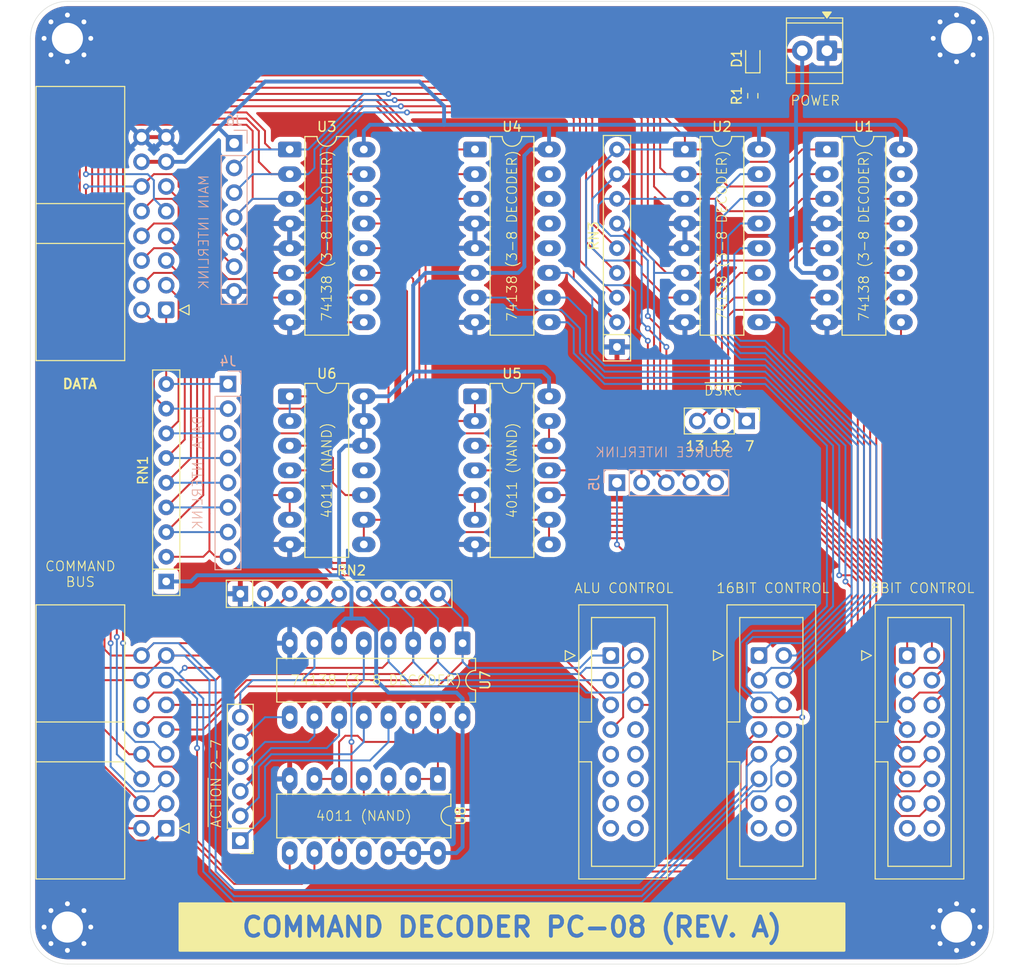
<source format=kicad_pcb>
(kicad_pcb (version 20241229) (generator "pcbnew") (generator_version "9.0")
  (title_block (title "Dual 8-Bit Register Unit") (date "2025-02-13") (rev "PC-01-A"))
  (layers (0 "F.Cu" signal) (2 "B.Cu" signal) (13 "F.Paste" user) (15 "B.Paste" user) (5 "F.SilkS" user "F.Silkscreen") (7 "B.SilkS" user "B.Silkscreen") (1 "F.Mask" user) (3 "B.Mask" user) (25 "Edge.Cuts" user))
  (net 0 "")
  (net 3 "/~{readA}")
  (net 4 "/~{adrCD}")
  (net 5 "/~{readD}")
  (net 6 "/~{readB}")
  (net 7 "/writeD")
  (net 8 "/~{adrL}")
  (net 9 "/~{readC}")
  (net 10 "/~{readL1}")
  (net 11 "/writeL2")
  (net 12 "/writeL1")
  (net 13 "/writeB")
  (net 14 "/~{readL2}")
  (net 15 "/writeA")
  (net 16 "/writeC")
  (net 17 "/data3")
  (net 18 "GND")
  (net 19 "/data2")
  (net 20 "/clock")
  (net 21 "/data6")
  (net 22 "/data5")
  (net 23 "/data7")
  (net 24 "/~{mem_read}")
  (net 25 "VCC")
  (net 26 "/data4")
  (net 27 "/data0")
  (net 28 "/data1")
  (net 31 "/~{readPC_high}")
  (net 33 "/writeSP")
  (net 35 "/~{reset}")
  (net 36 "/~{readPC}")
  (net 37 "/~{readPC_low}")
  (net 38 "/writePC")
  (net 39 "/~{readSP}")
  (net 40 "/~{readSP_low}")
  (net 41 "/~{readSP_high}")
  (net 45 "/carryFlag")
  (net 47 "/~{readALU}")
  (net 51 "/writeALU")
  (net 55 "/dsrc0")
  (net 56 "/dtgt0")
  (net 57 "/dtgt2")
  (net 58 "/dsrc3")
  (net 59 "/dsrc2")
  (net 60 "/dsrc1")
  (net 61 "/dtgt1")
  (net 62 "/action3")
  (net 63 "/action2")
  (net 64 "/asrc2")
  (net 65 "/action1")
  (net 66 "/asrc1")
  (net 67 "/action0")
  (net 68 "/action4")
  (net 69 "/asrc0")
  (net 75 "/~{mem_write}")
  (net 76 "/~{writeB}")
  (net 77 "/~{writeALU}")
  (net 78 "/~{writeL1}")
  (net 79 "/~{writeD}")
  (net 80 "/~{writeA}")
  (net 81 "/~{writeL2}")
  (net 82 "/~{writeC}")
  (net 84 "/~{writeSP}")
  (net 85 "Net-(U7-~{E1})")
  (net 86 "/~{writePC}")
  (net 88 "Net-(D1-K)")
  (net 89 "Net-(J2-Pin_5)")
  (net 90 "Net-(J2-Pin_2)")
  (net 91 "Net-(J2-Pin_4)")
  (net 92 "Net-(J2-Pin_3)")
  (net 93 "Net-(J2-Pin_6)")
  (net 94 "Net-(J2-Pin_1)")
  (net 95 "Net-(J3-Pin_2)")
  (net 96 "Net-(J3-Pin_3)")
  (net 97 "Net-(J3-Pin_1)")
  (footprint "Connector_IDC:IDC-Header_2x08_P2.54mm_Horizontal" (layer "F.Cu") (at 54.61 54.61 180)
    (property "Reference" "DATA_BUS1" (hide yes))
    (property "Value" "Conn_01x16")
  )
  (footprint "Connector_IDC:IDC-Header_2x08_P2.54mm_Vertical" (layer "F.Cu") (at 130.81 90.17)
    (property "Reference" "CTRL_BUS1" (hide yes))
    (property "Value" "Conn_01x16")
  )
  (footprint "Package_DIP:DIP-16_W7.62mm_LongPads" (layer "F.Cu") (at 122.555 38.1)
    (property "Reference" "U1")
    (property "Value" "74HC138")
  )
  (footprint "Resistor_THT:R_Array_SIP9" (layer "F.Cu") (at 100.965 58.42 90)
    (property "Reference" "RN3")
    (property "Value" "R_Network08")
  )
  (footprint "Package_DIP:DIP-14_W7.62mm_LongPads" (layer "F.Cu") (at 86.36 63.5)
    (property "Reference" "U5")
    (property "Value" "4011")
  )
  (footprint "Package_DIP:DIP-16_W7.62mm_LongPads" (layer "F.Cu") (at 67.31 38.1)
    (property "Reference" "U3")
    (property "Value" "74HC138")
  )
  (footprint "Package_DIP:DIP-16_W7.62mm_LongPads" (layer "F.Cu") (at 107.95 38.1)
    (property "Reference" "U2")
    (property "Value" "74HC138")
  )
  (footprint "LED_SMD:LED_0603_1608Metric" (layer "F.Cu") (at 114.935 28.7275 90)
    (property "Reference" "D1")
    (property "Value" "LED")
  )
  (footprint "MountingHole:MountingHole_3.2mm_M3_Pad_Via" (layer "F.Cu") (at 135.89 118.11)
    (property "Reference" "H3" (hide yes))
    (property "Value" "MountingHole_Pad")
  )
  (footprint "Package_DIP:DIP-16_W7.62mm_LongPads" (layer "F.Cu") (at 86.36 38.1)
    (property "Reference" "U4")
    (property "Value" "74HC138")
  )
  (footprint "Resistor_THT:R_Array_SIP9" (layer "F.Cu") (at 54.61 82.55 90)
    (property "Reference" "RN1")
    (property "Value" "R_Network08")
  )
  (footprint "TerminalBlock_TE-Connectivity:TerminalBlock_TE_282834-2_1x02_P2.54mm_Horizontal" (layer "F.Cu") (at 122.555 27.94 180)
    (property "Reference" "J1" (hide yes))
    (property "Value" "Screw_Terminal_01x02")
  )
  (footprint "Resistor_THT:R_Array_SIP9" (layer "F.Cu") (at 62.23 83.82)
    (property "Reference" "RN2")
    (property "Value" "R_Network08")
  )
  (footprint "Package_DIP:DIP-14_W7.62mm_LongPads" (layer "F.Cu") (at 67.31 63.5)
    (property "Reference" "U6")
    (property "Value" "4011")
  )
  (footprint "MountingHole:MountingHole_3.2mm_M3_Pad_Via" (layer "F.Cu") (at 44.45 26.67)
    (property "Reference" "H1" (hide yes))
    (property "Value" "MountingHole_Pad")
  )
  (footprint "Connector_IDC:IDC-Header_2x08_P2.54mm_Vertical" (layer "F.Cu") (at 115.57 90.17)
    (property "Reference" "CTRL_BUS2" (hide yes))
    (property "Value" "Conn_01x16")
  )
  (footprint "Package_DIP:DIP-14_W7.62mm_LongPads" (layer "F.Cu") (at 82.55 102.87 -90)
    (property "Reference" "U8")
    (property "Value" "4011")
  )
  (footprint "Package_DIP:DIP-16_W7.62mm_LongPads" (layer "F.Cu") (at 85.09 88.9 -90)
    (property "Reference" "U7")
    (property "Value" "74HC138")
  )
  (footprint "MountingHole:MountingHole_3.2mm_M3_Pad_Via" (layer "F.Cu") (at 135.89 26.67)
    (property "Reference" "H2" (hide yes))
    (property "Value" "MountingHole_Pad")
  )
  (footprint "Connector_IDC:IDC-Header_2x08_P2.54mm_Horizontal" (layer "F.Cu") (at 54.61 107.95 180)
    (property "Reference" "CMD_BUS1" (hide yes))
    (property "Value" "Conn_01x16")
  )
  (footprint "Connector_IDC:IDC-Header_2x08_P2.54mm_Vertical" (layer "F.Cu") (at 100.33 90.17)
    (property "Reference" "CTRL_BUS3" (hide yes))
    (property "Value" "Conn_01x16")
  )
  (footprint "MountingHole:MountingHole_3.2mm_M3_Pad_Via" (layer "F.Cu") (at 44.45 118.11)
    (property "Reference" "H4" (hide yes))
    (property "Value" "MountingHole_Pad")
  )
  (footprint "Resistor_SMD:R_0603_1608Metric" (layer "F.Cu") (at 114.935 32.575 -90)
    (property "Reference" "R1")
    (property "Value" "1K")
  )
  (footprint "Connector_PinHeader_2.54mm:PinHeader_1x06_P2.54mm_Vertical" (layer "F.Cu") (at 62.23 109.22 180)
    (property "Reference" "J2" (hide yes))
    (property "Value" "Conn_01x06")
  )
  (footprint "Connector_PinHeader_2.54mm:PinHeader_1x03_P2.54mm_Vertical" (layer "F.Cu") (at 114.3 66.04 -90)
    (property "Reference" "J3" (hide yes))
    (property "Value" "Conn_01x03")
  )
  (footprint "Connector_PinHeader_2.54mm:PinHeader_1x08_P2.54mm_Vertical" (layer "B.Cu") (at 60.96 62.23 180)
    (property "Reference" "J4")
    (property "Value" "Conn_01x08")
  )
  (footprint "Connector_PinHeader_2.54mm:PinHeader_1x05_P2.54mm_Vertical" (layer "B.Cu") (at 100.96 72.39 -90)
    (property "Reference" "J5")
    (property "Value" "Conn_01x05")
  )
  (footprint "Connector_PinHeader_2.54mm:PinHeader_1x07_P2.54mm_Vertical" (layer "B.Cu") (at 61.595 37.46 180)
    (property "Reference" "J6")
    (property "Value" "Conn_01x07")
  )
  (gr_line (start 139.7 26.67) (end 139.7 118.11) (stroke (width 0.05)) (layer "Edge.Cuts"))
  (gr_arc (start 135.89 22.86) (mid 138.584077 23.975923) (end 139.7 26.67) (stroke (width 0.05)) (layer "Edge.Cuts"))
  (gr_line (start 40.64 118.11) (end 40.64 26.67) (stroke (width 0.05)) (layer "Edge.Cuts"))
  (gr_line (start 44.45 22.86) (end 135.89 22.86) (stroke (width 0.05)) (layer "Edge.Cuts"))
  (gr_line (start 135.89 121.92) (end 44.45 121.92) (stroke (width 0.05)) (layer "Edge.Cuts"))
  (gr_arc (start 44.45 121.92) (mid 41.755923 120.804077) (end 40.64 118.11) (stroke (width 0.05)) (layer "Edge.Cuts"))
  (gr_arc (start 139.7 118.11) (mid 138.584077 120.804077) (end 135.89 121.92) (stroke (width 0.05)) (layer "Edge.Cuts"))
  (gr_arc (start 40.64 26.67) (mid 41.755923 23.975923) (end 44.45 22.86) (stroke (width 0.05)) (layer "Edge.Cuts"))
  (gr_text "POWER" (at 118.745 33.655 0) (layer "F.SilkS") (effects (font (size 1 1) (thickness 0.1)) (justify left bottom)))
  (gr_text "74138 (3-8 DECODER)" (at 90.17 46.99 90) (layer "F.SilkS") (effects (font (size 1 1) (thickness 0.1))))
  (gr_text "4011 (NAND)" (at 74.93 106.68 0) (layer "F.SilkS") (effects (font (size 1 1) (thickness 0.1))))
  (gr_text "DATA" (at 45.72 62.23 0) (layer "F.SilkS") (effects (font (size 1 1) (thickness 0.2) (bold yes))))
  (gr_text "8BIT CONTROL" (at 127 83.82 0) (layer "F.SilkS") (effects (font (size 1 1) (thickness 0.1)) (justify left bottom)))
  (gr_text "74138 (3-8 DECODER)" (at 111.76 46.99 90) (layer "F.SilkS") (effects (font (size 1 1) (thickness 0.1))))
  (gr_text "74138 (3-8 DECODER)" (at 126.365 46.99 90) (layer "F.SilkS") (effects (font (size 1 1) (thickness 0.1))))
  (gr_text "~{ACTION} 2-7" (at 60.325 107.95 90) (layer "F.SilkS") (effects (font (size 1 1) (thickness 0.1)) (justify left bottom)))
  (gr_text "74138 (3-8 DECODER)" (at 76.2 92.71 0) (layer "F.SilkS") (effects (font (size 1 1) (thickness 0.1))))
  (gr_text "4011 (NAND)" (at 71.12 71.12 90) (layer "F.SilkS") (effects (font (size 1 1) (thickness 0.1))))
  (gr_text "ALU CONTROL" (at 96.52 83.82 0) (layer "F.SilkS") (effects (font (size 1 1) (thickness 0.1)) (justify left bottom)))
  (gr_text "4011 (NAND)" (at 90.17 71.12 90) (layer "F.SilkS") (effects (font (size 1 1) (thickness 0.1))))
  (gr_text "13 12  7" (at 107.95 69.215 0) (layer "F.SilkS") (effects (font (size 1 1)) (justify left bottom)))
  (gr_text "74138 (3-8 DECODER)" (at 71.12 46.99 90) (layer "F.SilkS") (effects (font (size 1 1) (thickness 0.1))))
  (gr_text "COMMAND\nBUS" (at 45.78 83.185 0) (layer "F.SilkS") (effects (font (size 1 1) (thickness 0.1)) (justify bottom)))
  (gr_text "~{DSRC}" (at 109.855 63.5 0) (layer "F.SilkS") (effects (font (size 1 1) (thickness 0.1)) (justify left bottom)))
  (gr_text "16BIT CONTROL" (at 111.125 83.82 0) (layer "F.SilkS") (effects (font (size 1 1) (thickness 0.1)) (justify left bottom)))
  (gr_text "COMMAND DECODER PC-08 (REV. A)" (at 90.17 118.11 0) (layer "F.SilkS" knockout) (effects (font (size 2 2) (thickness 0.4) (bold yes))))
  (gr_text "MAIN INTERLINK" (at 59.055 40.64 90) (layer "B.SilkS") (effects (font (size 1 1) (thickness 0.1)) (justify left bottom mirror)))
  (gr_text "DATA INTERLINK" (at 58.42 65.405 90) (layer "B.SilkS") (effects (font (size 1 1) (thickness 0.1)) (justify left bottom mirror)))
  (gr_text "SOURCE INTERLINK" (at 113.03 69.85 0) (layer "B.SilkS") (effects (font (size 1 1) (thickness 0.1)) (justify left bottom mirror)))
  (segment (start 125.73 45.72) (end 125.73 78.105) (width 0.2) (layer "F.Cu") (net 3))
  (segment (start 130.175 43.18) (end 128.27 43.18) (width 0.2) (layer "F.Cu") (net 3))
  (segment (start 128.27 43.18) (end 125.73 45.72) (width 0.2) (layer "F.Cu") (net 3))
  (segment (start 130.81 83.185) (end 130.81 90.17) (width 0.2) (layer "F.Cu") (net 3))
  (segment (start 125.73 78.105) (end 130.81 83.185) (width 0.2) (layer "F.Cu") (net 3))
  (segment (start 125.095 81.915) (end 125.73 82.55) (width 0.2) (layer "F.Cu") (net 4))
  (segment (start 123.825 81.915) (end 125.095 81.915) (width 0.2) (layer "F.Cu") (net 4))
  (segment (start 125.73 82.55) (end 125.73 100.33) (width 0.2) (layer "F.Cu") (net 4))
  (segment (start 125.73 100.33) (end 130.81 105.41) (width 0.2) (layer "F.Cu") (net 4))
  (via (at 123.825 81.915) (size 0.6) (drill 0.3) (layers "F.Cu" "B.Cu") (net 4))
  (segment (start 99.695 60.96) (end 97.79 59.055) (width 0.2) (layer "B.Cu") (net 4))
  (segment (start 123.825 81.915) (end 123.825 68.58) (width 0.2) (layer "B.Cu") (net 4))
  (segment (start 97.79 59.055) (end 97.79 55.245) (width 0.2) (layer "B.Cu") (net 4))
  (segment (start 123.825 68.58) (end 116.205 60.96) (width 0.2) (layer "B.Cu") (net 4))
  (segment (start 97.79 55.245) (end 95.885 53.34) (width 0.2) (layer "B.Cu") (net 4))
  (segment (start 116.205 60.96) (end 99.695 60.96) (width 0.2) (layer "B.Cu") (net 4))
  (segment (start 95.885 53.34) (end 93.98 53.34) (width 0.2) (layer "B.Cu") (net 4))
  (segment (start 128.27 50.8) (end 130.175 50.8) (width 0.2) (layer "F.Cu") (net 5))
  (segment (start 127.635 78.105) (end 127.635 51.435) (width 0.2) (layer "F.Cu") (net 5))
  (segment (start 135.255 90.805) (end 135.255 85.725) (width 0.2) (layer "F.Cu") (net 5))
  (segment (start 133.35 92.71) (end 135.255 90.805) (width 0.2) (layer "F.Cu") (net 5))
  (segment (start 135.255 85.725) (end 127.635 78.105) (width 0.2) (layer "F.Cu") (net 5))
  (segment (start 127.635 51.435) (end 128.27 50.8) (width 0.2) (layer "F.Cu") (net 5))
  (segment (start 133.35 90.17) (end 133.35 85.09) (width 0.2) (layer "F.Cu") (net 6))
  (segment (start 133.35 85.09) (end 126.365 78.105) (width 0.2) (layer "F.Cu") (net 6))
  (segment (start 126.365 47.625) (end 128.27 45.72) (width 0.2) (layer "F.Cu") (net 6))
  (segment (start 128.27 45.72) (end 130.175 45.72) (width 0.2) (layer "F.Cu") (net 6))
  (segment (start 126.365 78.105) (end 126.365 47.625) (width 0.2) (layer "F.Cu") (net 6))
  (segment (start 93.98 73.66) (end 95.885 73.66) (width 0.2) (layer "F.Cu") (net 7))
  (segment (start 132.08 101.6) (end 133.35 100.33) (width 0.2) (layer "F.Cu") (net 7))
  (segment (start 130.175 101.6) (end 132.08 101.6) (width 0.2) (layer "F.Cu") (net 7))
  (segment (start 95.885 73.66) (end 99.06 76.835) (width 0.2) (layer "F.Cu") (net 7))
  (segment (start 121.92 76.835) (end 127.635 82.55) (width 0.2) (layer "F.Cu") (net 7))
  (segment (start 127.635 82.55) (end 127.635 99.06) (width 0.2) (layer "F.Cu") (net 7))
  (segment (start 99.06 76.835) (end 121.92 76.835) (width 0.2) (layer "F.Cu") (net 7))
  (segment (start 127.635 99.06) (end 130.175 101.6) (width 0.2) (layer "F.Cu") (net 7))
  (segment (start 125.095 101.6) (end 130.175 106.68) (width 0.2) (layer "F.Cu") (net 8))
  (segment (start 124.46 82.55) (end 125.095 83.185) (width 0.2) (layer "F.Cu") (net 8))
  (segment (start 130.175 106.68) (end 132.08 106.68) (width 0.2) (layer "F.Cu") (net 8))
  (segment (start 132.08 106.68) (end 133.35 105.41) (width 0.2) (layer "F.Cu") (net 8))
  (segment (start 125.095 83.185) (end 125.095 101.6) (width 0.2) (layer "F.Cu") (net 8))
  (via (at 124.46 82.55) (size 0.6) (drill 0.3) (layers "F.Cu" "B.Cu") (net 8))
  (segment (start 95.885 50.8) (end 98.425 53.34) (width 0.2) (layer "B.Cu") (net 8))
  (segment (start 98.425 59.055) (end 99.695 60.325) (width 0.2) (layer "B.Cu") (net 8))
  (segment (start 124.46 68.58) (end 124.46 82.55) (width 0.2) (layer "B.Cu") (net 8))
  (segment (start 99.695 60.325) (end 116.205 60.325) (width 0.2) (layer "B.Cu") (net 8))
  (segment (start 98.425 53.34) (end 98.425 59.055) (width 0.2) (layer "B.Cu") (net 8))
  (segment (start 116.205 60.325) (end 124.46 68.58) (width 0.2) (layer "B.Cu") (net 8))
  (segment (start 93.98 50.8) (end 95.885 50.8) (width 0.2) (layer "B.Cu") (net 8))
  (segment (start 134.62 85.725) (end 134.62 90.805) (width 0.2) (layer "F.Cu") (net 9))
  (segment (start 130.175 48.26) (end 128.27 48.26) (width 0.2) (layer "F.Cu") (net 9))
  (segment (start 133.985 91.44) (end 132.08 91.44) (width 0.2) (layer "F.Cu") (net 9))
  (segment (start 127 49.53) (end 127 78.105) (width 0.2) (layer "F.Cu") (net 9))
  (segment (start 127 78.105) (end 134.62 85.725) (width 0.2) (layer "F.Cu") (net 9))
  (segment (start 128.27 48.26) (end 127 49.53) (width 0.2) (layer "F.Cu") (net 9))
  (segment (start 134.62 90.805) (end 133.985 91.44) (width 0.2) (layer "F.Cu") (net 9))
  (segment (start 132.08 91.44) (end 130.81 92.71) (width 0.2) (layer "F.Cu") (net 9))
  (segment (start 135.89 85.725) (end 135.89 92.075) (width 0.2) (layer "F.Cu") (net 10))
  (segment (start 135.89 92.075) (end 133.985 93.98) (width 0.2) (layer "F.Cu") (net 10))
  (segment (start 128.27 78.105) (end 135.89 85.725) (width 0.2) (layer "F.Cu") (net 10))
  (segment (start 132.08 93.98) (end 130.81 95.25) (width 0.2) (layer "F.Cu") (net 10))
  (segment (start 128.27 53.975) (end 128.27 78.105) (width 0.2) (layer "F.Cu") (net 10))
  (segment (start 130.175 53.34) (end 128.905 53.34) (width 0.2) (layer "F.Cu") (net 10))
  (segment (start 133.985 93.98) (end 132.08 93.98) (width 0.2) (layer "F.Cu") (net 10))
  (segment (start 128.905 53.34) (end 128.27 53.975) (width 0.2) (layer "F.Cu") (net 10))
  (segment (start 67.31 71.12) (end 69.215 71.12) (width 0.2) (layer "F.Cu") (net 11))
  (segment (start 121.92 78.105) (end 126.365 82.55) (width 0.2) (layer "F.Cu") (net 11))
  (segment (start 130.175 104.14) (end 132.08 104.14) (width 0.2) (layer "F.Cu") (net 11))
  (segment (start 71.755 81.28) (end 95.885 81.28) (width 0.2) (layer "F.Cu") (net 11))
  (segment (start 99.06 78.105) (end 121.92 78.105) (width 0.2) (layer "F.Cu") (net 11))
  (segment (start 69.215 71.12) (end 70.485 72.39) (width 0.2) (layer "F.Cu") (net 11))
  (segment (start 70.485 80.01) (end 71.755 81.28) (width 0.2) (layer "F.Cu") (net 11))
  (segment (start 70.485 72.39) (end 70.485 80.01) (width 0.2) (layer "F.Cu") (net 11))
  (segment (start 126.365 100.33) (end 130.175 104.14) (width 0.2) (layer "F.Cu") (net 11))
  (segment (start 132.08 104.14) (end 133.35 102.87) (width 0.2) (layer "F.Cu") (net 11))
  (segment (start 126.365 82.55) (end 126.365 100.33) (width 0.2) (layer "F.Cu") (net 11))
  (segment (start 95.885 81.28) (end 99.06 78.105) (width 0.2) (layer "F.Cu") (net 11))
  (segment (start 127 82.55) (end 127 99.06) (width 0.2) (layer "F.Cu") (net 12))
  (segment (start 121.92 77.47) (end 127 82.55) (width 0.2) (layer "F.Cu") (net 12))
  (segment (start 71.12 80.01) (end 71.755 80.645) (width 0.2) (layer "F.Cu") (net 12))
  (segment (start 69.215 68.58) (end 71.12 70.485) (width 0.2) (layer "F.Cu") (net 12))
  (segment (start 71.12 70.485) (end 71.12 80.01) (width 0.2) (layer "F.Cu") (net 12))
  (segment (start 95.885 80.645) (end 99.06 77.47) (width 0.2) (layer "F.Cu") (net 12))
  (segment (start 99.06 77.47) (end 121.92 77.47) (width 0.2) (layer "F.Cu") (net 12))
  (segment (start 127 99.06) (end 130.81 102.87) (width 0.2) (layer "F.Cu") (net 12))
  (segment (start 67.31 68.58) (end 69.215 68.58) (width 0.2) (layer "F.Cu") (net 12))
  (segment (start 71.755 80.645) (end 95.885 80.645) (width 0.2) (layer "F.Cu") (net 12))
  (segment (start 128.905 97.79) (end 128.905 82.55) (width 0.2) (layer "F.Cu") (net 13))
  (segment (start 96.52 73.025) (end 96.52 71.755) (width 0.2) (layer "F.Cu") (net 13))
  (segment (start 132.08 99.06) (end 130.175 99.06) (width 0.2) (layer "F.Cu") (net 13))
  (segment (start 128.905 82.55) (end 121.92 75.565) (width 0.2) (layer "F.Cu") (net 13))
  (segment (start 99.06 75.565) (end 96.52 73.025) (width 0.2) (layer "F.Cu") (net 13))
  (segment (start 121.92 75.565) (end 99.06 75.565) (width 0.2) (layer "F.Cu") (net 13))
  (segment (start 96.52 71.755) (end 95.885 71.12) (width 0.2) (layer "F.Cu") (net 13))
  (segment (start 95.885 71.12) (end 93.98 71.12) (width 0.2) (layer "F.Cu") (net 13))
  (segment (start 133.35 97.79) (end 132.08 99.06) (width 0.2) (layer "F.Cu") (net 13))
  (segment (start 130.175 99.06) (end 128.905 97.79) (width 0.2) (layer "F.Cu") (net 13))
  (segment (start 128.905 78.105) (end 128.905 59.055) (width 0.2) (layer "F.Cu") (net 14))
  (segment (start 130.175 57.785) (end 130.175 55.88) (width 0.2) (layer "F.Cu") (net 14))
  (segment (start 136.525 85.725) (end 128.905 78.105) (width 0.2) (layer "F.Cu") (net 14))
  (segment (start 133.35 95.25) (end 136.525 92.075) (width 0.2) (layer "F.Cu") (net 14))
  (segment (start 136.525 92.075) (end 136.525 85.725) (width 0.2) (layer "F.Cu") (net 14))
  (segment (start 128.905 59.055) (end 130.175 57.785) (width 0.2) (layer "F.Cu") (net 14))
  (segment (start 90.805 69.85) (end 95.25 69.85) (width 0.2) (layer "F.Cu") (net 15))
  (segment (start 89.535 68.58) (end 90.805 69.85) (width 0.2) (layer "F.Cu") (net 15))
  (segment (start 99.06 74.93) (end 121.92 74.93) (width 0.2) (layer "F.Cu") (net 15))
  (segment (start 97.155 73.025) (end 99.06 74.93) (width 0.2) (layer "F.Cu") (net 15))
  (segment (start 97.155 71.755) (end 97.155 73.025) (width 0.2) (layer "F.Cu") (net 15))
  (segment (start 86.36 68.58) (end 89.535 68.58) (width 0.2) (layer "F.Cu") (net 15))
  (segment (start 95.25 69.85) (end 97.155 71.755) (width 0.2) (layer "F.Cu") (net 15))
  (segment (start 129.54 82.55) (end 129.54 96.52) (width 0.2) (layer "F.Cu") (net 15))
  (segment (start 121.92 74.93) (end 129.54 82.55) (width 0.2) (layer "F.Cu") (net 15))
  (segment (start 129.54 96.52) (end 130.81 97.79) (width 0.2) (layer "F.Cu") (net 15))
  (segment (start 86.36 71.12) (end 89.535 71.12) (width 0.2) (layer "F.Cu") (net 16))
  (segment (start 128.27 97.79) (end 130.81 100.33) (width 0.2) (layer "F.Cu") (net 16))
  (segment (start 95.25 72.39) (end 99.06 76.2) (width 0.2) (layer "F.Cu") (net 16))
  (segment (start 99.06 76.2) (end 121.92 76.2) (width 0.2) (layer "F.Cu") (net 16))
  (segment (start 90.805 72.39) (end 95.25 72.39) (width 0.2) (layer "F.Cu") (net 16))
  (segment (start 128.27 82.55) (end 128.27 97.79) (width 0.2) (layer "F.Cu") (net 16))
  (segment (start 89.535 71.12) (end 90.805 72.39) (width 0.2) (layer "F.Cu") (net 16))
  (segment (start 121.92 76.2) (end 128.27 82.55) (width 0.2) (layer "F.Cu") (net 16))
  (segment (start 52.07 52.07) (end 53.34 50.8) (width 0.2) (layer "F.Cu") (net 17))
  (segment (start 56.515 52.07) (end 55.245 50.8) (width 0.2) (layer "F.Cu") (net 17))
  (segment (start 56.515 67.945) (end 56.515 52.07) (width 0.2) (layer "F.Cu") (net 17))
  (segment (start 53.34 50.8) (end 55.245 50.8) (width 0.2) (layer "F.Cu") (net 17))
  (segment (start 54.61 69.85) (end 56.515 67.945) (width 0.2) (layer "F.Cu") (net 17))
  (segment (start 54.61 69.85) (end 60.96 69.85) (width 0.2) (layer "B.Cu") (net 17))
  (segment (start 110.49 45.72) (end 107.95 45.72) (width 0.4) (layer "F.Cu") (net 18))
  (segment (start 111.76 46.99) (end 110.49 45.72) (width 0.4) (layer "F.Cu") (net 18))
  (segment (start 122.555 45.72) (end 119.38 45.72) (width 0.4) (layer "F.Cu") (net 18))
  (segment (start 118.11 46.99) (end 111.76 46.99) (width 0.4) (layer "F.Cu") (net 18))
  (segment (start 52.07 36.83) (end 54.61 36.83) (width 0.4) (layer "F.Cu") (net 18))
  (segment (start 119.38 45.72) (end 118.11 46.99) (width 0.4) (layer "F.Cu") (net 18))
  (segment (start 54.61 52.07) (end 55.88 53.34) (width 0.2) (layer "F.Cu") (net 19))
  (segment (start 55.88 66.04) (end 54.61 67.31) (width 0.2) (layer "F.Cu") (net 19))
  (segment (start 55.88 53.34) (end 55.88 66.04) (width 0.2) (layer "F.Cu") (net 19))
  (segment (start 60.96 67.31) (end 54.61 67.31) (width 0.2) (layer "B.Cu") (net 19))
  (segment (start 95.885 34.29) (end 96.52 34.925) (width 0.2) (layer "F.Cu") (net 20))
  (segment (start 55.88 41.275) (end 55.88 41.91) (width 0.2) (layer "F.Cu") (net 20))
  (segment (start 57.15 103.505) (end 55.245 101.6) (width 0.2) (layer "F.Cu") (net 20))
  (segment (start 79.375 34.29) (end 95.885 34.29) (width 0.2) (layer "F.Cu") (net 20))
  (segment (start 50.8 100.33) (end 52.07 100.33) (width 0.2) (layer "F.Cu") (net 20))
  (segment (start 96.52 34.925) (end 96.52 51.435) (width 0.2) (layer "F.Cu") (net 20))
  (segment (start 68.58 113.665) (end 61.595 113.665) (width 0.2) (layer "F.Cu") (net 20))
  (segment (start 64.77 50.8) (end 67.31 50.8) (width 0.2) (layer "F.Cu") (net 20))
  (segment (start 55.245 101.6) (end 53.34 101.6) (width 0.2) (layer "F.Cu") (net 20))
  (segment (start 61.595 113.665) (end 57.15 109.22) (width 0.2) (layer "F.Cu") (net 20))
  (segment (start 61.595 47.625) (end 55.88 41.91) (width 0.2) (layer "F.Cu") (net 20))
  (segment (start 53.34 101.6) (end 52.07 100.33) (width 0.2) (layer "F.Cu") (net 20))
  (segment (start 64.765 50.8) (end 64.77 50.8) (width 0.2) (layer "F.Cu") (net 20))
  (segment (start 61.595 47.63) (end 61.595 47.625) (width 0.2) (layer "F.Cu") (net 20))
  (segment (start 46.355 95.885) (end 50.8 100.33) (width 0.2) (layer "F.Cu") (net 20))
  (segment (start 55.245 40.64) (end 55.88 41.275) (width 0.2) (layer "F.Cu") (net 20))
  (segment (start 57.15 109.22) (end 57.15 103.505) (width 0.2) (layer "F.Cu") (net 20))
  (segment (start 96.52 51.435) (end 100.965 55.88) (width 0.2) (layer "F.Cu") (net 20))
  (segment (start 52.07 41.91) (end 53.34 40.64) (width 0.2) (layer "F.Cu") (net 20))
  (segment (start 46.355 41.91) (end 46.355 95.885) (width 0.2) (layer "F.Cu") (net 20))
  (segment (start 61.595 47.63) (end 64.765 50.8) (width 0.2) (layer "F.Cu") (net 20))
  (segment (start 53.34 40.64) (end 55.245 40.64) (width 0.2) (layer "F.Cu") (net 20))
  (segment (start 69.85 110.49) (end 69.85 112.395) (width 0.2) (layer "F.Cu") (net 20))
  (segment (start 69.85 112.395) (end 68.58 113.665) (width 0.2) (layer "F.Cu") (net 20))
  (via (at 46.355 41.91) (size 0.6) (drill 0.3) (layers "F.Cu" "B.Cu") (net 20))
  (via (at 79.375 34.29) (size 0.6) (drill 0.3) (layers "F.Cu" "B.Cu") (net 20))
  (segment (start 67.31 50.8) (end 69.215 50.8) (width 0.2) (layer "B.Cu") (net 20))
  (segment (start 74.93 34.29) (end 79.375 34.29) (width 0.2) (layer "B.Cu") (net 20))
  (segment (start 52.07 41.91) (end 46.355 41.91) (width 0.2) (layer "B.Cu") (net 20))
  (segment (start 71.12 38.1) (end 74.93 34.29) (width 0.2) (layer "B.Cu") (net 20))
  (segment (start 69.215 50.8) (end 71.12 48.895) (width 0.2) (layer "B.Cu") (net 20))
  (segment (start 71.12 48.895) (end 71.12 38.1) (width 0.2) (layer "B.Cu") (net 20))
  (segment (start 58.42 50.8) (end 58.42 73.66) (width 0.2) (layer "F.Cu") (net 21))
  (segment (start 54.61 46.99) (end 58.42 50.8) (width 0.2) (layer "F.Cu") (net 21))
  (segment (start 58.42 73.66) (end 54.61 77.47) (width 0.2) (layer "F.Cu") (net 21))
  (segment (start 60.96 77.47) (end 54.61 77.47) (width 0.2) (layer "B.Cu") (net 21))
  (segment (start 52.07 49.53) (end 53.34 48.26) (width 0.2) (layer "F.Cu") (net 22))
  (segment (start 57.785 71.755) (end 54.61 74.93) (width 0.2) (layer "F.Cu") (net 22))
  (segment (start 57.785 50.8) (end 57.785 71.755) (width 0.2) (layer "F.Cu") (net 22))
  (segment (start 53.34 48.26) (end 55.245 48.26) (width 0.2) (layer "F.Cu") (net 22))
  (segment (start 55.245 48.26) (end 57.785 50.8) (width 0.2) (layer "F.Cu") (net 22))
  (segment (start 54.61 74.93) (end 60.96 74.93) (width 0.2) (layer "B.Cu") (net 22))
  (segment (start 59.055 75.565) (end 59.055 49.53) (width 0.2) (layer "F.Cu") (net 23))
  (segment (start 59.055 75.565) (end 59.055 79.375) (width 0.2) (layer "F.Cu") (net 23))
  (segment (start 59.055 49.53) (end 55.245 45.72) (width 0.2) (layer "F.Cu") (net 23))
  (segment (start 60.96 80.01) (end 59.69 80.01) (width 0.2) (layer "F.Cu") (net 23))
  (segment (start 59.055 79.375) (end 59.69 80.01) (width 0.2) (layer "F.Cu") (net 23))
  (segment (start 55.245 45.72) (end 53.34 45.72) (width 0.2) (layer "F.Cu") (net 23))
  (segment (start 58.42 80.01) (end 59.055 79.375) (width 0.2) (layer "F.Cu") (net 23))
  (segment (start 54.61 80.01) (end 58.42 80.01) (width 0.2) (layer "F.Cu") (net 23))
  (segment (start 53.34 45.72) (end 52.07 46.99) (width 0.2) (layer "F.Cu") (net 23))
  (segment (start 106.045 53.34) (end 107.95 53.34) (width 0.2) (layer "F.Cu") (net 24))
  (segment (start 103.505 50.8) (end 106.045 53.34) (width 0.2) (layer "F.Cu") (net 24))
  (segment (start 46.355 36.195) (end 50.8 31.75) (width 0.2) (layer "F.Cu") (net 24))
  (segment (start 50.8 31.75) (end 100.33 31.75) (width 0.2) (layer "F.Cu") (net 24))
  (segment (start 103.505 34.925) (end 103.505 50.8) (width 0.2) (layer "F.Cu") (net 24))
  (segment (start 100.33 31.75) (end 103.505 34.925) (width 0.2) (layer "F.Cu") (net 24))
  (segment (start 46.355 40.64) (end 46.355 36.195) (width 0.2) (layer "F.Cu") (net 24))
  (via (at 46.355 40.64) (size 0.6) (drill 0.3) (layers "F.Cu" "B.Cu") (net 24))
  (segment (start 53.34 43.18) (end 54.61 44.45) (width 0.2) (layer "B.Cu") (net 24))
  (segment (start 53.34 41.275) (end 53.34 43.18) (width 0.2) (layer "B.Cu") (net 24))
  (segment (start 52.705 40.64) (end 53.34 41.275) (width 0.2) (layer "B.Cu") (net 24))
  (segment (start 46.355 40.64) (end 52.705 40.64) (width 0.2) (layer "B.Cu") (net 24))
  (segment (start 120.015 27.94) (end 114.935 27.94) (width 0.4) (layer "F.Cu") (net 25))
  (segment (start 54.61 39.37) (end 52.07 39.37) (width 0.4) (layer "F.Cu") (net 25))
  (segment (start 77.47 93.98) (end 76.2 92.71) (width 0.4) (layer "B.Cu") (net 25))
  (segment (start 119.38 50.165) (end 120.015 50.8) (width 0.4) (layer "B.Cu") (net 25))
  (segment (start 80.645 31.115) (end 83.185 33.655) (width 0.4) (layer "B.Cu") (net 25))
  (segment (start 115.57 38.1) (end 115.57 35.56) (width 0.4) (layer "B.Cu") (net 25))
  (segment (start 61.59 37.46) (end 60.0075 35.8775) (width 0.4) (layer "B.Cu") (net 25))
  (segment (start 73.66 83.185) (end 73.025 82.55) (width 0.4) (layer "B.Cu") (net 25))
  (segment (start 74.93 86.36) (end 76.2 87.63) (width 0.4) (layer "B.Cu") (net 25))
  (segment (start 54.61 39.37) (end 56.515 39.37) (width 0.4) (layer "B.Cu") (net 25))
  (segment (start 73.66 86.36) (end 74.93 86.36) (width 0.4) (layer "B.Cu") (net 25))
  (segment (start 129.54 35.56) (end 119.38 35.56) (width 0.4) (layer "B.Cu") (net 25))
  (segment (start 85.09 109.855) (end 84.455 110.49) (width 0.4) (layer "B.Cu") (net 25))
  (segment (start 93.98 61.595) (end 93.345 60.96) (width 0.4) (layer "B.Cu") (net 25))
  (segment (start 91.44 38.735) (end 91.44 50.165) (width 0.4) (layer "B.Cu") (net 25))
  (segment (start 93.345 60.96) (end 80.01 60.96) (width 0.4) (layer "B.Cu") (net 25))
  (segment (start 60.0075 35.8775) (end 64.77 31.115) (width 0.4) (layer "B.Cu") (net 25))
  (segment (start 86.36 50.8) (end 81.28 50.8) (width 0.4) (layer "B.Cu") (net 25))
  (segment (start 72.39 81.915) (end 62.23 81.915) (width 0.4) (layer "B.Cu") (net 25))
  (segment (start 85.09 94.615) (end 84.455 93.98) (width 0.4) (layer "B.Cu") (net 25))
  (segment (start 81.28 50.8) (end 80.01 52.07) (width 0.4) (layer "B.Cu") (net 25))
  (segment (start 72.39 81.915) (end 72.39 69.215) (width 0.4) (layer "B.Cu") (net 25))
  (segment (start 85.09 96.52) (end 85.09 94.615) (width 0.4) (layer "B.Cu") (net 25))
  (segment (start 120.015 32.385) (end 119.38 33.02) (width 0.4) (layer "B.Cu") (net 25))
  (segment (start 83.185 33.655) (end 83.185 35.56) (width 0.4) (layer "B.Cu") (net 25))
  (segment (start 115.57 35.56) (end 119.38 35.56) (width 0.4) (layer "B.Cu") (net 25))
  (segment (start 93.98 63.5) (end 93.98 61.595) (width 0.4) (layer "B.Cu") (net 25))
  (segment (start 80.01 60.96) (end 77.47 63.5) (width 0.4) (layer "B.Cu") (net 25))
  (segment (start 57.785 81.915) (end 57.15 82.55) (width 0.4) (layer "B.Cu") (net 25))
  (segment (start 62.23 81.915) (end 57.785 81.915) (width 0.4) (layer "B.Cu") (net 25))
  (segment (start 73.025 82.55) (end 72.39 81.915) (width 0.4) (layer "B.Cu") (net 25))
  (segment (start 90.17 35.56) (end 83.185 35.56) (width 0.4) (layer "B.Cu") (net 25))
  (segment (start 90.805 50.8) (end 89.535 50.8) (width 0.4) (layer "B.Cu") (net 25))
  (segment (start 72.39 88.9) (end 72.39 86.995) (width 0.4) (layer "B.Cu") (net 25))
  (segment (start 73.025 86.36) (end 72.39 86.995) (width 0.4) (layer "B.Cu") (net 25))
  (segment (start 72.39 69.215) (end 73.025 68.58) (width 0.4) (layer "B.Cu") (net 25))
  (segment (start 120.015 27.94) (end 120.015 32.385) (width 0.4) (layer "B.Cu") (net 25))
  (segment (start 86.36 50.8) (end 89.535 50.8) (width 0.4) (layer "B.Cu") (net 25))
  (segment (start 73.025 86.36) (end 73.66 86.36) (width 0.4) (layer "B.Cu") (net 25))
  (segment (start 119.38 33.02) (end 119.38 35.56) (width 0.4) (layer "B.Cu") (net 25))
  (segment (start 73.66 86.36) (end 73.66 83.185) (width 0.4) (layer "B.Cu") (net 25))
  (segment (start 74.93 36.195) (end 75.565 35.56) (width 0.4) (layer "B.Cu") (net 25))
  (segment (start 64.77 31.115) (end 80.645 31.115) (width 0.4) (layer "B.Cu") (net 25))
  (segment (start 93.98 35.56) (end 90.17 35.56) (width 0.4) (layer "B.Cu") (net 25))
  (segment (start 84.455 110.49) (end 77.47 110.49) (width 0.4) (layer "B.Cu") (net 25))
  (segment (start 120.015 50.8) (end 122.555 50.8) (width 0.4) (layer "B.Cu") (net 25))
  (segment (start 80.01 52.07) (end 80.01 60.96) (width 0.4) (layer "B.Cu") (net 25))
  (segment (start 93.98 38.1) (end 92.075 38.1) (width 0.4) (layer "B.Cu") (net 25))
  (segment (start 85.09 96.52) (end 85.09 109.855) (width 0.4) (layer "B.Cu") (net 25))
  (segment (start 56.515 39.37) (end 59.3725 36.5125) (width 0.4) (layer "B.Cu") (net 25))
  (segment (start 77.47 63.5) (end 74.93 63.5) (width 0.4) (layer "B.Cu") (net 25))
  (segment (start 74.93 63.5) (end 74.93 68.58) (width 0.4) (layer "B.Cu") (net 25))
  (segment (start 74.93 38.1) (end 74.93 36.195) (width 0.4) (layer "B.Cu") (net 25))
  (segment (start 59.3725 36.5125) (end 60.0075 35.8775) (width 0.4) (layer "B.Cu") (net 25))
  (segment (start 54.61 82.55) (end 57.15 82.55) (width 0.4) (layer "B.Cu") (net 25))
  (segment (start 83.185 35.56) (end 75.565 35.56) (width 0.4) (layer "B.Cu") (net 25))
  (segment (start 73.025 68.58) (end 74.93 68.58) (width 0.4) (layer "B.Cu") (net 25))
  (segment (start 115.57 35.56) (end 93.98 35.56) (width 0.4) (layer "B.Cu") (net 25))
  (segment (start 130.175 38.1) (end 130.175 36.195) (width 0.4) (layer "B.Cu") (net 25))
  (segment (start 119.38 35.56) (end 119.38 50.165) (width 0.4) (layer "B.Cu") (net 25))
  (segment (start 92.075 38.1) (end 91.44 38.735) (width 0.4) (layer "B.Cu") (net 25))
  (segment (start 61.595 37.46) (end 61.59 37.46) (width 0.4) (layer "B.Cu") (net 25))
  (segment (start 91.44 50.165) (end 90.805 50.8) (width 0.4) (layer "B.Cu") (net 25))
  (segment (start 93.98 38.1) (end 93.98 35.56) (width 0.4) (layer "B.Cu") (net 25))
  (segment (start 84.455 93.98) (end 77.47 93.98) (width 0.4) (layer "B.Cu") (net 25))
  (segment (start 76.2 92.71) (end 76.2 87.63) (width 0.4) (layer "B.Cu") (net 25))
  (segment (start 130.175 36.195) (end 129.54 35.56) (width 0.4) (layer "B.Cu") (net 25))
  (segment (start 57.15 52.07) (end 57.15 69.85) (width 0.2) (layer "F.Cu") (net 26))
  (segment (start 57.15 69.85) (end 54.61 72.39) (width 0.2) (layer "F.Cu") (net 26))
  (segment (start 54.61 49.53) (end 57.15 52.07) (width 0.2) (layer "F.Cu") (net 26))
  (segment (start 60.96 72.39) (end 54.61 72.39) (width 0.2) (layer "B.Cu") (net 26))
  (segment (start 54.61 54.61) (end 54.61 62.23) (width 0.2) (layer "F.Cu") (net 27))
  (segment (start 60.96 62.23) (end 54.61 62.23) (width 0.2) (layer "B.Cu") (net 27))
  (segment (start 53.34 55.88) (end 52.07 54.61) (width 0.2) (layer "F.Cu") (net 28))
  (segment (start 54.61 64.77) (end 53.34 63.5) (width 0.2) (layer "F.Cu") (net 28))
  (segment (start 53.34 63.5) (end 53.34 55.88) (width 0.2) (layer "F.Cu") (net 28))
  (segment (start 54.61 64.77) (end 60.96 64.77) (width 0.2) (layer "B.Cu") (net 28))
  (segment (start 115.57 43.18) (end 113.665 43.18) (width 0.2) (layer "B.Cu") (net 31))
  (segment (start 125.73 68.58) (end 125.73 83.82) (width 0.2) (layer "B.Cu") (net 31))
  (segment (start 111.76 57.15) (end 113.665 59.055) (width 0.2) (layer "B.Cu") (net 31))
  (segment (start 111.76 45.085) (end 111.76 57.15) (width 0.2) (layer "B.Cu") (net 31))
  (segment (start 116.205 59.055) (end 125.73 68.58) (width 0.2) (layer "B.Cu") (net 31))
  (segment (start 125.73 83.82) (end 119.38 90.17) (width 0.2) (layer "B.Cu") (net 31))
  (segment (start 113.665 43.18) (end 111.76 45.085) (width 0.2) (layer "B.Cu") (net 31))
  (segment (start 119.38 90.17) (end 118.11 90.17) (width 0.2) (layer "B.Cu") (net 31))
  (segment (start 113.665 59.055) (end 116.205 59.055) (width 0.2) (layer "B.Cu") (net 31))
  (segment (start 114.3 99.695) (end 114.3 111.125) (width 0.2) (layer "F.Cu") (net 33))
  (segment (start 116.84 99.06) (end 114.935 99.06) (width 0.2) (layer "F.Cu") (net 33))
  (segment (start 114.3 111.125) (end 113.03 112.395) (width 0.2) (layer "F.Cu") (net 33))
  (segment (start 113.03 112.395) (end 95.25 112.395) (width 0.2) (layer "F.Cu") (net 33))
  (segment (start 118.11 97.79) (end 116.84 99.06) (width 0.2) (layer "F.Cu") (net 33))
  (segment (start 89.535 106.68) (end 76.835 106.68) (width 0.2) (layer "F.Cu") (net 33))
  (segment (start 74.93 104.775) (end 74.93 102.87) (width 0.2) (layer "F.Cu") (net 33))
  (segment (start 76.835 106.68) (end 74.93 104.775) (width 0.2) (layer "F.Cu") (net 33))
  (segment (start 95.25 112.395) (end 89.535 106.68) (width 0.2) (layer "F.Cu") (net 33))
  (segment (start 114.935 99.06) (end 114.3 99.695) (width 0.2) (layer "F.Cu") (net 33))
  (segment (start 56.515 43.815) (end 54.61 41.91) (width 0.2) (layer "F.Cu") (net 35))
  (segment (start 61.595 50.17) (end 56.515 45.09) (width 0.2) (layer "F.Cu") (net 35))
  (segment (start 56.515 45.09) (end 56.515 43.815) (width 0.2) (layer "F.Cu") (net 35))
  (segment (start 96.52 59.055) (end 96.52 56.515) (width 0.2) (layer "B.Cu") (net 36))
  (segment (start 95.885 55.88) (end 93.98 55.88) (width 0.2) (layer "B.Cu") (net 36))
  (segment (start 113.665 93.345) (end 113.665 88.9) (width 0.2) (layer "B.Cu") (net 36))
  (segment (start 122.555 85.09) (end 122.555 68.58) (width 0.2) (layer "B.Cu") (net 36))
  (segment (start 113.665 88.9) (end 114.935 87.63) (width 0.2) (layer "B.Cu") (net 36))
  (segment (start 114.935 87.63) (end 120.015 87.63) (width 0.2) (layer "B.Cu") (net 36))
  (segment (start 96.52 56.515) (end 95.885 55.88) (width 0.2) (layer "B.Cu") (net 36))
  (segment (start 120.015 87.63) (end 122.555 85.09) (width 0.2) (layer "B.Cu") (net 36))
  (segment (start 99.695 62.23) (end 96.52 59.055) (width 0.2) (layer "B.Cu") (net 36))
  (segment (start 116.205 62.23) (end 99.695 62.23) (width 0.2) (layer "B.Cu") (net 36))
  (segment (start 122.555 68.58) (end 116.205 62.23) (width 0.2) (layer "B.Cu") (net 36))
  (segment (start 115.57 95.25) (end 113.665 93.345) (width 0.2) (layer "B.Cu") (net 36))
  (segment (start 116.205 59.69) (end 113.665 59.69) (width 0.2) (layer "B.Cu") (net 37))
  (segment (start 111.125 43.18) (end 113.665 40.64) (width 0.2) (layer "B.Cu") (net 37))
  (segment (start 125.095 68.58) (end 116.205 59.69) (width 0.2) (layer "B.Cu") (net 37))
  (segment (start 115.57 90.17) (end 116.84 88.9) (width 0.2) (layer "B.Cu") (net 37))
  (segment (start 113.665 59.69) (end 111.125 57.15) (width 0.2) (layer "B.Cu") (net 37))
  (segment (start 125.095 83.82) (end 125.095 68.58) (width 0.2) (layer "B.Cu") (net 37))
  (segment (start 120.015 88.9) (end 125.095 83.82) (width 0.2) (layer "B.Cu") (net 37))
  (segment (start 113.665 40.64) (end 115.57 40.64) (width 0.2) (layer "B.Cu") (net 37))
  (segment (start 111.125 57.15) (end 111.125 43.18) (width 0.2) (layer "B.Cu") (net 37))
  (segment (start 116.84 88.9) (end 120.015 88.9) (width 0.2) (layer "B.Cu") (net 37))
  (segment (start 78.74 106.045) (end 89.535 106.045) (width 0.2) (layer "F.Cu") (net 38))
  (segment (start 113.03 111.76) (end 113.665 111.125) (width 0.2) (layer "F.Cu") (net 38))
  (segment (start 113.665 99.695) (end 115.57 97.79) (width 0.2) (layer "F.Cu") (net 38))
  (segment (start 77.47 102.87) (end 77.47 104.775) (width 0.2) (layer "F.Cu") (net 38))
  (segment (start 113.665 111.125) (end 113.665 99.695) (width 0.2) (layer "F.Cu") (net 38))
  (segment (start 95.25 111.76) (end 113.03 111.76) (width 0.2) (layer "F.Cu") (net 38))
  (segment (start 77.47 104.775) (end 78.74 106.045) (width 0.2) (layer "F.Cu") (net 38))
  (segment (start 89.535 106.045) (end 95.25 111.76) (width 0.2) (layer "F.Cu") (net 38))
  (segment (start 86.36 53.34) (end 89.535 53.34) (width 0.2) (layer "B.Cu") (net 39))
  (segment (start 90.805 54.61) (end 95.25 54.61) (width 0.2) (layer "B.Cu") (net 39))
  (segment (start 95.25 54.61) (end 97.155 56.515) (width 0.2) (layer "B.Cu") (net 39))
  (segment (start 123.19 68.58) (end 123.19 85.09) (width 0.2) (layer "B.Cu") (net 39))
  (segment (start 99.695 61.595) (end 116.205 61.595) (width 0.2) (layer "B.Cu") (net 39))
  (segment (start 114.935 93.98) (end 116.84 93.98) (width 0.2) (layer "B.Cu") (net 39))
  (segment (start 114.3 88.9) (end 114.3 93.345) (width 0.2) (layer "B.Cu") (net 39))
  (segment (start 89.535 53.34) (end 90.805 54.61) (width 0.2) (layer "B.Cu") (net 39))
  (segment (start 116.205 61.595) (end 123.19 68.58) (width 0.2) (layer "B.Cu") (net 39))
  (segment (start 114.3 93.345) (end 114.935 93.98) (width 0.2) (layer "B.Cu") (net 39))
  (segment (start 120.015 88.265) (end 114.935 88.265) (width 0.2) (layer "B.Cu") (net 39))
  (segment (start 116.84 93.98) (end 118.11 95.25) (width 0.2) (layer "B.Cu") (net 39))
  (segment (start 97.155 59.055) (end 99.695 61.595) (width 0.2) (layer "B.Cu") (net 39))
  (segment (start 97.155 56.515) (end 97.155 59.055) (width 0.2) (layer "B.Cu") (net 39))
  (segment (start 114.935 88.265) (end 114.3 88.9) (width 0.2) (layer "B.Cu") (net 39))
  (segment (start 123.19 85.09) (end 120.015 88.265) (width 0.2) (layer "B.Cu") (net 39))
  (segment (start 116.205 58.42) (end 113.665 58.42) (width 0.2) (layer "B.Cu") (net 40))
  (segment (start 116.84 91.44) (end 118.745 91.44) (width 0.2) (layer "B.Cu") (net 40))
  (segment (start 112.395 57.15) (end 112.395 46.99) (width 0.2) (layer "B.Cu") (net 40))
  (segment (start 115.57 92.71) (end 116.84 91.44) (width 0.2) (layer "B.Cu") (net 40))
  (segment (start 113.665 58.42) (end 112.395 57.15) (width 0.2) (layer "B.Cu") (net 40))
  (segment (start 118.745 91.44) (end 126.365 83.82) (width 0.2) (layer "B.Cu") (net 40))
  (segment (start 113.665 45.72) (end 115.57 45.72) (width 0.2) (layer "B.Cu") (net 40))
  (segment (start 126.365 68.58) (end 116.205 58.42) (width 0.2) (layer "B.Cu") (net 40))
  (segment (start 126.365 83.82) (end 126.365 68.58) (width 0.2) (layer "B.Cu") (net 40))
  (segment (start 112.395 46.99) (end 113.665 45.72) (width 0.2) (layer "B.Cu") (net 40))
  (segment (start 113.03 48.895) (end 113.03 57.15) (width 0.2) (layer "B.Cu") (net 41))
  (segment (start 115.57 48.26) (end 113.665 48.26) (width 0.2) (layer "B.Cu") (net 41))
  (segment (start 127 83.82) (end 118.11 92.71) (width 0.2) (layer "B.Cu") (net 41))
  (segment (start 113.03 57.15) (end 113.665 57.785) (width 0.2) (layer "B.Cu") (net 41))
  (segment (start 113.665 57.785) (end 116.205 57.785) (width 0.2) (layer "B.Cu") (net 41))
  (segment (start 113.665 48.26) (end 113.03 48.895) (width 0.2) (layer "B.Cu") (net 41))
  (segment (start 127 68.58) (end 127 83.82) (width 0.2) (layer "B.Cu") (net 41))
  (segment (start 116.205 57.785) (end 127 68.58) (width 0.2) (layer "B.Cu") (net 41))
  (segment (start 101.6 79.375) (end 100.965 78.74) (width 0.2) (layer "F.Cu") (net 45))
  (segment (start 100.33 97.79) (end 101.6 96.52) (width 0.2) (layer "F.Cu") (net 45))
  (segment (start 101.6 96.52) (end 101.6 79.375) (width 0.2) (layer "F.Cu") (net 45))
  (via (at 100.965 78.74) (size 0.6) (drill 0.3) (layers "F.Cu" "B.Cu") (net 45))
  (segment (start 100.965 78.74) (end 100.965 74.295) (width 0.2) (layer "B.Cu") (net 45))
  (segment (start 100.965 74.295) (end 100.96 74.29) (width 0.2) (layer "B.Cu") (net 45))
  (segment (start 100.96 74.29) (end 100.96 72.39) (width 0.2) (layer "B.Cu") (net 45))
  (segment (start 102.87 95.25) (end 112.395 95.25) (width 0.2) (layer "F.Cu") (net 47))
  (segment (start 116.84 96.52) (end 120.015 96.52) (width 0.2) (layer "F.Cu") (net 47))
  (segment (start 113.665 96.52) (end 116.84 96.52) (width 0.2) (layer "F.Cu") (net 47))
  (segment (start 112.395 95.25) (end 113.665 96.52) (width 0.2) (layer "F.Cu") (net 47))
  (via (at 120.015 96.52) (size 0.6) (drill 0.3) (layers "F.Cu" "B.Cu") (net 47))
  (segment (start 120.015 91.44) (end 127.635 83.82) (width 0.2) (layer "B.Cu") (net 47))
  (segment (start 120.015 96.52) (end 120.015 91.44) (width 0.2) (layer "B.Cu") (net 47))
  (segment (start 118.11 59.055) (end 118.11 56.515) (width 0.2) (layer "B.Cu") (net 47))
  (segment (start 127.635 83.82) (end 127.635 68.58) (width 0.2) (layer "B.Cu") (net 47))
  (segment (start 117.475 55.88) (end 115.57 55.88) (width 0.2) (layer "B.Cu") (net 47))
  (segment (start 118.11 56.515) (end 117.475 55.88) (width 0.2) (layer "B.Cu") (net 47))
  (segment (start 127.635 68.58) (end 118.11 59.055) (width 0.2) (layer "B.Cu") (net 47))
  (segment (start 69.215 67.31) (end 66.04 67.31) (width 0.2) (layer "F.Cu") (net 51))
  (segment (start 71.755 72.39) (end 71.755 69.85) (width 0.2) (layer "F.Cu") (net 51))
  (segment (start 73.025 73.66) (end 71.755 72.39) (width 0.2) (layer "F.Cu") (net 51))
  (segment (start 74.93 73.66) (end 73.025 73.66) (width 0.2) (layer "F.Cu") (net 51))
  (segment (start 69.85 73.025) (end 69.85 80.01) (width 0.2) (layer "F.Cu") (net 51))
  (segment (start 69.85 80.01) (end 71.755 81.915) (width 0.2) (layer "F.Cu") (net 51))
  (segment (start 66.04 67.31) (end 65.405 67.945) (width 0.2) (layer "F.Cu") (net 51))
  (segment (start 65.405 67.945) (end 65.405 71.755) (width 0.2) (layer "F.Cu") (net 51))
  (segment (start 66.04 72.39) (end 69.215 72.39) (width 0.2) (layer "F.Cu") (net 51))
  (segment (start 71.755 81.915) (end 86.995 81.915) (width 0.2) (layer "F.Cu") (net 51))
  (segment (start 71.755 69.85) (end 69.215 67.31) (width 0.2) (layer "F.Cu") (net 51))
  (segment (start 69.215 72.39) (end 69.85 73.025) (width 0.2) (layer "F.Cu") (net 51))
  (segment (start 86.995 81.915) (end 100.33 95.25) (width 0.2) (layer "F.Cu") (net 51))
  (segment (start 65.405 71.755) (end 66.04 72.39) (width 0.2) (layer "F.Cu") (net 51))
  (segment (start 104.14 57.785) (end 104.14 70.485) (width 0.2) (layer "F.Cu") (net 55))
  (segment (start 43.815 36.195) (end 43.815 101.6) (width 0.2) (layer "F.Cu") (net 55))
  (segment (start 111.125 38.1) (end 112.395 39.37) (width 0.2) (layer "F.Cu") (net 55))
  (segment (start 107.95 38.1) (end 107.95 36.83) (width 0.2) (layer "F.Cu") (net 55))
  (segment (start 104.14 70.485) (end 104.135 70.485) (width 0.2) (layer "F.Cu") (net 55))
  (segment (start 50.8 29.21) (end 43.815 36.195) (width 0.2) (layer "F.Cu") (net 55))
  (segment (start 100.33 29.21) (end 107.95 36.83) (width 0.2) (layer "F.Cu") (net 55))
  (segment (start 103.5 71.12) (end 103.5 72.39) (width 0.2) (layer "F.Cu") (net 55))
  (segment (start 53.34 109.22) (end 54.61 107.95) (width 0.2) (layer "F.Cu") (net 55))
  (segment (start 120.015 38.1) (end 122.555 38.1) (width 0.2) (layer "F.Cu") (net 55))
  (segment (start 112.395 39.37) (end 118.745 39.37) (width 0.2) (layer "F.Cu") (net 55))
  (segment (start 51.435 109.22) (end 53.34 109.22) (width 0.2) (layer "F.Cu") (net 55))
  (segment (start 100.33 29.21) (end 50.8 29.21) (width 0.2) (layer "F.Cu") (net 55))
  (segment (start 118.745 39.37) (end 120.015 38.1) (width 0.2) (layer "F.Cu") (net 55))
  (segment (start 43.815 101.6) (end 51.435 109.22) (width 0.2) (layer "F.Cu") (net 55))
  (segment (start 107.95 38.1) (end 111.125 38.1) (width 0.2) (layer "F.Cu") (net 55))
  (segment (start 104.135 70.485) (end 103.5 71.12) (width 0.2) (layer "F.Cu") (net 55))
  (via (at 104.14 57.785) (size 0.6) (drill 0.3) (layers "F.Cu" "B.Cu") (net 55))
  (segment (start 102.87 56.515) (end 102.87 52.705) (width 0.2) (layer "B.Cu") (net 55))
  (segment (start 97.79 41.275) (end 100.965 38.1) (width 0.2) (layer "B.Cu") (net 55))
  (segment (start 107.95 38.1) (end 100.965 38.1) (width 0.2) (layer "B.Cu") (net 55))
  (segment (start 97.79 50.165) (end 97.79 41.275) (width 0.2) (layer "B.Cu") (net 55))
  (segment (start 102.87 52.705) (end 102.235 52.07) (width 0.2) (layer "B.Cu") (net 55))
  (segment (start 102.235 52.07) (end 99.695 52.07) (width 0.2) (layer "B.Cu") (net 55))
  (segment (start 104.14 57.785) (end 102.87 56.515) (width 0.2) (layer "B.Cu") (net 55))
  (segment (start 99.695 52.07) (end 97.79 50.165) (width 0.2) (layer "B.Cu") (net 55))
  (segment (start 95.885 32.385) (end 98.425 34.925) (width 0.2) (layer "F.Cu") (net 56))
  (segment (start 98.425 45.72) (end 100.965 48.26) (width 0.2) (layer "F.Cu") (net 56))
  (segment (start 98.425 34.925) (end 98.425 45.72) (width 0.2) (layer "F.Cu") (net 56))
  (segment (start 50.8 34.29) (end 48.895 36.195) (width 0.2) (layer "F.Cu") (net 56))
  (segment (start 77.47 32.385) (end 95.885 32.385) (width 0.2) (layer "F.Cu") (net 56))
  (segment (start 67.31 38.1) (end 65.405 38.1) (width 0.2) (layer "F.Cu") (net 56))
  (segment (start 64.77 37.465) (end 64.77 36.195) (width 0.2) (layer "F.Cu") (net 56))
  (segment (start 62.865 34.29) (end 50.8 34.29) (width 0.2) (layer "F.Cu") (net 56))
  (segment (start 65.405 38.1) (end 64.77 37.465) (width 0.2) (layer "F.Cu") (net 56))
  (segment (start 64.77 36.195) (end 62.865 34.29) (width 0.2) (layer "F.Cu") (net 56))
  (segment (start 48.895 36.195) (end 48.895 88.9) (width 0.2) (layer "F.Cu") (net 56))
  (via (at 48.895 88.9) (size 0.6) (drill 0.3) (layers "F.Cu" "B.Cu") (net 56))
  (via (at 77.47 32.385) (size 0.6) (drill 0.3) (layers "F.Cu" "B.Cu") (net 56))
  (segment (start 48.895 101.6) (end 51.435 104.14) (width 0.2) (layer "B.Cu") (net 56))
  (segment (start 67.31 38.1) (end 69.215 38.1) (width 0.2) (layer "B.Cu") (net 56))
  (segment (start 61.595 40.01) (end 63.505 38.1) (width 0.2) (layer "B.Cu") (net 56))
  (segment (start 48.895 88.9) (end 48.895 101.6) (width 0.2) (layer "B.Cu") (net 56))
  (segment (start 74.93 32.385) (end 77.47 32.385) (width 0.2) (layer "B.Cu") (net 56))
  (segment (start 63.505 38.1) (end 67.31 38.1) (width 0.2) (layer "B.Cu") (net 56))
  (segment (start 51.435 104.14) (end 53.34 104.14) (width 0.2) (layer "B.Cu") (net 56))
  (segment (start 53.34 104.14) (end 54.61 102.87) (width 0.2) (layer "B.Cu") (net 56))
  (segment (start 69.215 38.1) (end 74.93 32.385) (width 0.2) (layer "B.Cu") (net 56))
  (segment (start 50.165 36.195) (end 50.8 35.56) (width 0.2) (layer "F.Cu") (net 57))
  (segment (start 65.405 43.18) (end 64.135 43.18) (width 0.2) (layer "F.Cu") (net 57))
  (segment (start 63.495 43.18) (end 61.595 45.08) (width 0.2) (layer "F.Cu") (net 57))
  (segment (start 63.5 36.195) (end 63.5 38.1) (width 0.2) (layer "F.Cu") (net 57))
  (segment (start 78.74 33.655) (end 95.885 33.655) (width 0.2) (layer "F.Cu") (net 57))
  (segment (start 63.5 43.18) (end 63.495 43.18) (width 0.2) (layer "F.Cu") (net 57))
  (segment (start 50.8 35.56) (end 62.865 35.56) (width 0.2) (layer "F.Cu") (net 57))
  (segment (start 63.5 43.18) (end 64.135 43.18) (width 0.2) (layer "F.Cu") (net 57))
  (segment (start 97.155 49.53) (end 100.965 53.34) (width 0.2) (layer "F.Cu") (net 57))
  (segment (start 62.865 35.56) (end 63.5 36.195) (width 0.2) (layer "F.Cu") (net 57))
  (segment (start 97.155 34.925) (end 97.155 49.53) (width 0.2) (layer "F.Cu") (net 57))
  (segment (start 50.165 88.9) (end 50.165 36.195) (width 0.2) (layer "F.Cu") (net 57))
  (segment (start 63.5 38.1) (end 63.5 43.18) (width 0.2) (layer "F.Cu") (net 57))
  (segment (start 67.31 43.18) (end 65.405 43.18) (width 0.2) (layer "F.Cu") (net 57))
  (segment (start 95.885 33.655) (end 97.155 34.925) (width 0.2) (layer "F.Cu") (net 57))
  (via (at 78.74 33.655) (size 0.6) (drill 0.3) (layers "F.Cu" "B.Cu") (net 57))
  (via (at 50.165 88.9) (size 0.6) (drill 0.3) (layers "F.Cu" "B.Cu") (net 57))
  (segment (start 51.435 99.06) (end 53.34 99.06) (width 0.2) (layer "B.Cu") (net 57))
  (segment (start 70.485 41.91) (end 70.485 38.1) (width 0.2) (layer "B.Cu") (net 57))
  (segment (start 69.215 43.18) (end 70.485 41.91) (width 0.2) (layer "B.Cu") (net 57))
  (segment (start 50.165 97.79) (end 51.435 99.06) (width 0.2) (layer "B.Cu") (net 57))
  (segment (start 70.485 38.1) (end 74.93 33.655) (width 0.2) (layer "B.Cu") (net 57))
  (segment (start 61.595 45.09) (end 63.505 43.18) (width 0.2) (layer "B.Cu") (net 57))
  (segment (start 67.31 43.18) (end 69.215 43.18) (width 0.2) (layer "B.Cu") (net 57))
  (segment (start 63.505 43.18) (end 67.31 43.18) (width 0.2) (layer "B.Cu") (net 57))
  (segment (start 74.93 33.655) (end 78.74 33.655) (width 0.2) (layer "B.Cu") (net 57))
  (segment (start 53.34 99.06) (end 54.61 100.33) (width 0.2) (layer "B.Cu") (net 57))
  (segment (start 50.165 88.9) (end 50.165 97.79) (width 0.2) (layer "B.Cu") (net 57))
  (segment (start 106.045 50.8) (end 104.14 48.895) (width 0.2) (layer "F.Cu") (net 58))
  (segment (start 110.49 50.8) (end 111.76 49.53) (width 0.2) (layer "F.Cu") (net 58))
  (segment (start 118.745 49.53) (end 120.015 48.26) (width 0.2) (layer "F.Cu") (net 58))
  (segment (start 107.95 50.8) (end 110.49 50.8) (width 0.2) (layer "F.Cu") (net 58))
  (segment (start 107.95 50.8) (end 106.045 50.8) (width 0.2) (layer "F.Cu") (net 58))
  (segment (start 106.68 70.485) (end 109.215 70.485) (width 0.2) (layer "F.Cu") (net 58))
  (segment (start 106.045 69.85) (end 106.68 70.485) (width 0.2) (layer "F.Cu") (net 58))
  (segment (start 120.015 48.26) (end 122.555 48.26) (width 0.2) (layer "F.Cu") (net 58))
  (segment (start 111.76 49.53) (end 118.745 49.53) (width 0.2) (layer "F.Cu") (net 58))
  (segment (start 100.33 31.115) (end 50.8 31.115) (width 0.2) (layer "F.Cu") (net 58))
  (segment (start 109.215 70.485) (end 111.12 72.39) (width 0.2) (layer "F.Cu") (net 58))
  (segment (start 106.045 58.42) (end 106.045 69.85) (width 0.2) (layer "F.Cu") (net 58))
  (segment (start 45.72 99.06) (end 52.07 105.41) (width 0.2) (layer "F.Cu") (net 58))
  (segment (start 45.72 36.195) (end 45.72 99.06) (width 0.2) (layer "F.Cu") (net 58))
  (segment (start 50.8 31.115) (end 45.72 36.195) (width 0.2) (layer "F.Cu") (net 58))
  (segment (start 104.14 48.895) (end 104.14 34.925) (width 0.2) (layer "F.Cu") (net 58))
  (segment (start 104.14 34.925) (end 100.33 31.115) (width 0.2) (layer "F.Cu") (net 58))
  (via (at 106.045 58.42) (size 0.6) (drill 0.3) (layers "F.Cu" "B.Cu") (net 58))
  (segment (start 104.775 50.8) (end 104.775 52.705) (width 0.2) (layer "B.Cu") (net 58))
  (segment (start 104.775 52.705) (end 104.775 57.15) (width 0.2) (layer "B.Cu") (net 58))
  (segment (start 104.775 50.8) (end 104.775 49.53) (width 0.2) (layer "B.Cu") (net 58))
  (segment (start 107.95 50.8) (end 104.775 50.8) (width 0.2) (layer "B.Cu") (net 58))
  (segment (start 100.965 45.72) (end 104.775 49.53) (width 0.2) (layer "B.Cu") (net 58))
  (segment (start 104.775 57.15) (end 106.045 58.42) (width 0.2) (layer "B.Cu") (net 58))
  (segment (start 107.315 71.12) (end 108.58 72.385) (width 0.2) (layer "F.Cu") (net 59))
  (segment (start 105.41 70.485) (end 106.045 71.12) (width 0.2) (layer "F.Cu") (net 59))
  (segment (start 104.775 41.91) (end 106.045 43.18) (width 0.2) (layer "F.Cu") (net 59))
  (segment (start 53.34 106.68) (end 50.0971 106.68) (width 0.2) (layer "F.Cu") (net 59))
  (segment (start 106.045 43.18) (end 107.95 43.18) (width 0.2) (layer "F.Cu") (net 59))
  (segment (start 106.045 71.12) (end 107.315 71.12) (width 0.2) (layer "F.Cu") (net 59))
  (segment (start 105.41 56.515) (end 105.41 70.485) (width 0.2) (layer "F.Cu") (net 59))
  (segment (start 100.33 30.48) (end 104.775 34.925) (width 0.2) (layer "F.Cu") (net 59))
  (segment (start 108.58 72.385) (end 108.58 72.39) (width 0.2) (layer "F.Cu") (net 59))
  (segment (start 45.085 36.195) (end 50.8 30.48) (width 0.2) (layer "F.Cu") (net 59))
  (segment (start 112.395 44.45) (end 118.745 44.45) (width 0.2) (layer "F.Cu") (net 59))
  (segment (start 104.14 55.245) (end 105.41 56.515) (width 0.2) (layer "F.Cu") (net 59))
  (segment (start 54.61 105.41) (end 53.34 106.68) (width 0.2) (layer "F.Cu") (net 59))
  (segment (start 107.95 43.18) (end 111.125 43.18) (width 0.2) (layer "F.Cu") (net 59))
  (segment (start 111.125 43.18) (end 112.395 44.45) (width 0.2) (layer "F.Cu") (net 59))
  (segment (start 118.745 44.45) (end 120.015 43.18) (width 0.2) (layer "F.Cu") (net 59))
  (segment (start 50.0971 106.68) (end 45.085 101.6679) (width 0.2) (layer "F.Cu") (net 59))
  (segment (start 50.8 30.48) (end 100.33 30.48) (width 0.2) (layer "F.Cu") (net 59))
  (segment (start 120.015 43.18) (end 122.555 43.18) (width 0.2) (layer "F.Cu") (net 59))
  (segment (start 45.085 101.6679) (end 45.085 36.195) (width 0.2) (layer "F.Cu") (net 59))
  (segment (start 104.775 34.925) (end 104.775 41.91) (width 0.2) (layer "F.Cu") (net 59))
  (via (at 104.14 55.245) (size 0.6) (drill 0.3) (layers "F.Cu" "B.Cu") (net 59))
  (segment (start 104.14 49.53) (end 101.6 46.99) (width 0.2) (layer "B.Cu") (net 59))
  (segment (start 104.14 55.245) (end 104.14 49.53) (width 0.2) (layer "B.Cu") (net 59))
  (segment (start 99.695 43.18) (end 100.965 43.18) (width 0.2) (layer "B.Cu") (net 59))
  (segment (start 99.06 43.815) (end 99.695 43.18) (width 0.2) (layer "B.Cu") (net 59))
  (segment (start 100.33 46.99) (end 99.06 45.72) (width 0.2) (layer "B.Cu") (net 59))
  (segment (start 100.965 43.18) (end 107.95 43.18) (width 0.2) (layer "B.Cu") (net 59))
  (segment (start 99.06 45.72) (end 99.06 43.815) (width 0.2) (layer "B.Cu") (net 59))
  (segment (start 101.6 46.99) (end 100.33 46.99) (width 0.2) (layer "B.Cu") (net 59))
  (segment (start 100.33 29.845) (end 50.8 29.845) (width 0.2) (layer "F.Cu") (net 60))
  (segment (start 44.45 36.195) (end 44.45 101.6) (width 0.2) (layer "F.Cu") (net 60))
  (segment (start 105.41 40.005) (end 105.41 34.925) (width 0.2) (layer "F.Cu") (net 60))
  (segment (start 107.95 40.64) (end 106.045 40.64) (width 0.2) (layer "F.Cu") (net 60))
  (segment (start 106.045 40.64) (end 105.41 40.005) (width 0.2) (layer "F.Cu") (net 60))
  (segment (start 111.125 40.64) (end 112.395 41.91) (width 0.2) (layer "F.Cu") (net 60))
  (segment (start 104.775 71.125) (end 106.04 72.39) (width 0.2) (layer "F.Cu") (net 60))
  (segment (start 105.41 34.925) (end 100.33 29.845) (width 0.2) (layer "F.Cu") (net 60))
  (segment (start 104.775 57.15) (end 104.775 71.125) (width 0.2) (layer "F.Cu") (net 60))
  (segment (start 44.45 101.6) (end 50.8 107.95) (width 0.2) (layer "F.Cu") (net 60))
  (segment (start 120.015 40.64) (end 122.555 40.64) (width 0.2) (layer "F.Cu") (net 60))
  (segment (start 118.745 41.91) (end 120.015 40.64) (width 0.2) (layer "F.Cu") (net 60))
  (segment (start 50.8 107.95) (end 52.07 107.95) (width 0.2) (layer "F.Cu") (net 60))
  (segment (start 112.395 41.91) (end 118.745 41.91) (width 0.2) (layer "F.Cu") (net 60))
  (segment (start 107.95 40.64) (end 111.125 40.64) (width 0.2) (layer "F.Cu") (net 60))
  (segment (start 104.14 56.515) (end 104.775 57.15) (width 0.2) (layer "F.Cu") (net 60))
  (segment (start 50.8 29.845) (end 44.45 36.195) (width 0.2) (layer "F.Cu") (net 60))
  (via (at 104.14 56.515) (size 0.6) (drill 0.3) (layers "F.Cu" "B.Cu") (net 60))
  (segment (start 103.505 55.88) (end 104.14 56.515) (width 0.2) (layer "B.Cu") (net 60))
  (segment (start 98.425 43.18) (end 100.965 40.64) (width 0.2) (layer "B.Cu") (net 60))
  (segment (start 103.505 50.165) (end 102.87 49.53) (width 0.2) (layer "B.Cu") (net 60))
  (segment (start 103.505 53.34) (end 103.505 55.88) (width 0.2) (layer "B.Cu") (net 60))
  (segment (start 107.95 40.64) (end 100.965 40.64) (width 0.2) (layer "B.Cu") (net 60))
  (segment (start 99.695 49.53) (end 98.425 48.26) (width 0.2) (layer "B.Cu") (net 60))
  (segment (start 102.87 49.53) (end 99.695 49.53) (width 0.2) (layer "B.Cu") (net 60))
  (segment (start 103.505 53.34) (end 103.505 50.165) (width 0.2) (layer "B.Cu") (net 60))
  (segment (start 98.425 48.26) (end 98.425 43.18) (width 0.2) (layer "B.Cu") (net 60))
  (segment (start 100.965 50.8) (end 97.79 47.625) (width 0.2) (layer "F.Cu") (net 61))
  (segment (start 62.865 34.925) (end 64.135 36.195) (width 0.2) (layer "F.Cu") (net 61))
  (segment (start 50.8 34.925) (end 49.53 36.195) (width 0.2) (layer "F.Cu") (net 61))
  (segment (start 65.405 40.64) (end 64.135 39.37) (width 0.2) (layer "F.Cu") (net 61))
  (segment (start 67.31 40.64) (end 65.405 40.64) (width 0.2) (layer "F.Cu") (net 61))
  (segment (start 64.135 39.37) (end 64.135 36.195) (width 0.2) (layer "F.Cu") (net 61))
  (segment (start 95.885 33.02) (end 78.105 33.02) (width 0.2) (layer "F.Cu") (net 61))
  (segment (start 97.79 34.925) (end 95.885 33.02) (width 0.2) (layer "F.Cu") (net 61))
  (segment (start 97.79 47.625) (end 97.79 34.925) (width 0.2) (layer "F.Cu") (net 61))
  (segment (start 62.865 34.925) (end 50.8 34.925) (width 0.2) (layer "F.Cu") (net 61))
  (segment (start 49.53 36.195) (end 49.53 88.265) (width 0.2) (layer "F.Cu") (net 61))
  (via (at 78.105 33.02) (size 0.6) (drill 0.3) (layers "F.Cu" "B.Cu") (net 61))
  (via (at 49.53 88.265) (size 0.6) (drill 0.3) (layers "F.Cu" "B.Cu") (net 61))
  (segment (start 69.85 38.1) (end 74.93 33.02) (width 0.2) (layer "B.Cu") (net 61))
  (segment (start 74.93 33.02) (end 78.105 33.02) (width 0.2) (layer "B.Cu") (net 61))
  (segment (start 67.31 40.64) (end 69.215 40.64) (width 0.2) (layer "B.Cu") (net 61))
  (segment (start 52.07 102.87) (end 49.53 100.33) (width 0.2) (layer "B.Cu") (net 61))
  (segment (start 69.215 40.64) (end 69.85 40.005) (width 0.2) (layer "B.Cu") (net 61))
  (segment (start 69.85 40.005) (end 69.85 38.1) (width 0.2) (layer "B.Cu") (net 61))
  (segment (start 63.505 40.64) (end 61.595 42.55) (width 0.2) (layer "B.Cu") (net 61))
  (segment (start 67.31 40.64) (end 63.505 40.64) (width 0.2) (layer "B.Cu") (net 61))
  (segment (start 49.53 100.33) (end 49.53 88.265) (width 0.2) (layer "B.Cu") (net 61))
  (segment (start 60.325 93.98) (end 62.865 91.44) (width 0.2) (layer "F.Cu") (net 62))
  (segment (start 77.47 90.805) (end 77.47 88.9) (width 0.2) (layer "F.Cu") (net 62))
  (segment (start 52.07 95.25) (end 53.34 93.98) (width 0.2) (layer "F.Cu") (net 62))
  (segment (start 53.34 93.98) (end 60.325 93.98) (width 0.2) (layer "F.Cu") (net 62))
  (segment (start 62.865 91.44) (end 76.835 91.44) (width 0.2) (layer "F.Cu") (net 62))
  (segment (start 76.835 91.44) (end 77.47 90.805) (width 0.2) (layer "F.Cu") (net 62))
  (segment (start 74.915 83.82) (end 77.47 86.375) (width 0.2) (layer "B.Cu") (net 62))
  (segment (start 77.47 90.805) (end 80.01 93.345) (width 0.2) (layer "B.Cu") (net 62))
  (segment (start 80.01 93.345) (end 97.155 93.345) (width 0.2) (layer "B.Cu") (net 62))
  (segment (start 97.79 93.98) (end 101.6 93.98) (width 0.2) (layer "B.Cu") (net 62))
  (segment (start 77.47 88.9) (end 77.47 90.805) (width 0.2) (layer "B.Cu") (net 62))
  (segment (start 77.47 86.375) (end 77.47 88.9) (width 0.2) (layer "B.Cu") (net 62))
  (segment (start 101.6 93.98) (end 102.87 92.71) (width 0.2) (layer "B.Cu") (net 62))
  (segment (start 97.155 93.345) (end 97.79 93.98) (width 0.2) (layer "B.Cu") (net 62))
  (segment (start 80.01 90.805) (end 78.74 92.075) (width 0.2) (layer "F.Cu") (net 63))
  (segment (start 78.74 92.075) (end 62.865 92.075) (width 0.2) (layer "F.Cu") (net 63))
  (segment (start 80.01 88.9) (end 80.01 90.805) (width 0.2) (layer "F.Cu") (net 63))
  (segment (start 59.69 95.25) (end 54.61 95.25) (width 0.2) (layer "F.Cu") (net 63))
  (segment (start 62.865 92.075) (end 59.69 95.25) (width 0.2) (layer "F.Cu") (net 63))
  (segment (start 80.01 90.805) (end 81.915 92.71) (width 0.2) (layer "B.Cu") (net 63))
  (segment (start 80.01 86.375) (end 80.01 88.9) (width 0.2) (layer "B.Cu") (net 63))
  (segment (start 77.455 83.82) (end 80.01 86.375) (width 0.2) (layer "B.Cu") (net 63))
  (segment (start 81.915 92.71) (end 100.33 92.71) (width 0.2) (layer "B.Cu") (net 63))
  (segment (start 80.01 88.9) (end 80.01 90.805) (width 0.2) (layer "B.Cu") (net 63))
  (segment (start 83.82 42.545) (end 84.455 43.18) (width 0.2) (layer "F.Cu") (net 64))
  (segment (start 84.455 43.18) (end 86.36 43.18) (width 0.2) (layer "F.Cu") (net 64))
  (segment (start 64.77 85.725) (end 61.595 88.9) (width 0.2) (layer "F.Cu") (net 64))
  (segment (start 50.8 33.655) (end 76.2 33.655) (width 0.2) (layer "F.Cu") (net 64))
  (segment (start 48.26 36.195) (end 50.8 33.655) (width 0.2) (layer "F.Cu") (net 64))
  (segment (start 48.895 90.17) (end 48.26 89.535) (width 0.2) (layer "F.Cu") (net 64))
  (segment (start 76.2 33.655) (end 83.82 41.275) (width 0.2) (layer "F.Cu") (net 64))
  (segment (start 52.07 90.17) (end 48.895 90.17) (width 0.2) (layer "F.Cu") (net 64))
  (segment (start 83.82 41.275) (end 83.82 42.545) (width 0.2) (layer "F.Cu") (net 64))
  (segment (start 64.755 83.82) (end 64.755 83.805) (width 0.2) (layer "F.Cu") (net 64))
  (segment (start 64.77 83.82) (end 64.77 85.725) (width 0.2) (layer "F.Cu") (net 64))
  (segment (start 61.595 88.9) (end 53.34 88.9) (width 0.2) (layer "F.Cu") (net 64))
  (segment (start 53.34 88.9) (end 52.07 90.17) (width 0.2) (layer "F.Cu") (net 64))
  (segment (start 48.26 89.535) (end 48.26 36.195) (width 0.2) (layer "F.Cu") (net 64))
  (segment (start 103.505 114.3) (end 114.3 103.505) (width 0.2) (layer "B.Cu") (net 64))
  (segment (start 61.595 114.3) (end 103.505 114.3) (width 0.2) (layer "B.Cu") (net 64))
  (segment (start 52.07 90.17) (end 53.34 88.9) (width 0.2) (layer "B.Cu") (net 64))
  (segment (start 114.3 103.505) (end 114.3 101.6) (width 0.2) (layer "B.Cu") (net 64))
  (segment (start 59.69 112.395) (end 61.595 114.3) (width 0.2) (layer "B.Cu") (net 64))
  (segment (start 114.3 101.6) (end 115.57 100.33) (width 0.2) (layer "B.Cu") (net 64))
  (segment (start 59.69 92.71) (end 59.69 112.395) (width 0.2) (layer "B.Cu") (net 64))
  (segment (start 55.88 88.9) (end 59.69 92.71) (width 0.2) (layer "B.Cu") (net 64))
  (segment (start 53.34 88.9) (end 55.88 88.9) (width 0.2) (layer "B.Cu") (net 64))
  (segment (start 52.07 97.79) (end 53.34 96.52) (width 0.2) (layer "F.Cu") (net 65))
  (segment (start 82.55 90.805) (end 82.55 88.9) (width 0.2) (layer "F.Cu") (net 65))
  (segment (start 53.34 96.52) (end 59.055 96.52) (width 0.2) (layer "F.Cu") (net 65))
  (segment (start 62.865 92.71) (end 80.645 92.71) (width 0.2) (layer "F.Cu") (net 65))
  (segment (start 59.055 96.52) (end 62.865 92.71) (width 0.2) (layer "F.Cu") (net 65))
  (segment (start 82.55 90.805) (end 80.645 92.71) (width 0.2) (layer "F.Cu") (net 65))
  (segment (start 82.55 90.805) (end 83.82 92.075) (width 0.2) (layer "B.Cu") (net 65))
  (segment (start 82.55 86.375) (end 82.55 88.9) (width 0.2) (layer "B.Cu") (net 65))
  (segment (start 101.6 91.44) (end 102.87 90.17) (width 0.2) (layer "B.Cu") (net 65))
  (segment (start 82.55 88.9) (end 82.55 90.805) (width 0.2) (layer "B.Cu") (net 65))
  (segment (start 97.155 92.075) (end 97.79 91.44) (width 0.2) (layer "B.Cu") (net 65))
  (segment (start 83.82 92.075) (end 97.155 92.075) (width 0.2) (layer "B.Cu") (net 65))
  (segment (start 97.79 91.44) (end 101.6 91.44) (width 0.2) (layer "B.Cu") (net 65))
  (segment (start 79.995 83.82) (end 82.55 86.375) (width 0.2) (layer "B.Cu") (net 65))
  (segment (start 76.2 33.02) (end 83.82 40.64) (width 0.2) (layer "F.Cu") (net 66))
  (segment (start 60.96 90.17) (end 54.61 90.17) (width 0.2) (layer "F.Cu") (net 66))
  (segment (start 50.8 33.02) (end 76.2 33.02) (width 0.2) (layer "F.Cu") (net 66))
  (segment (start 54.61 90.17) (end 53.34 91.44) (width 0.2) (layer "F.Cu") (net 66))
  (segment (start 48.26 91.44) (end 47.625 90.805) (width 0.2) (layer "F.Cu") (net 66))
  (segment (start 53.34 91.44) (end 48.26 91.44) (width 0.2) (layer "F.Cu") (net 66))
  (segment (start 47.625 36.195) (end 50.8 33.02) (width 0.2) (layer "F.Cu") (net 66))
  (segment (start 67.31 83.82) (end 60.96 90.17) (width 0.2) (layer "F.Cu") (net 66))
  (segment (start 47.625 90.805) (end 47.625 36.195) (width 0.2) (layer "F.Cu") (net 66))
  (segment (start 83.82 40.64) (end 86.36 40.64) (width 0.2) (layer "F.Cu") (net 66))
  (segment (start 59.055 92.71) (end 56.515 90.17) (width 0.2) (layer "B.Cu") (net 66))
  (segment (start 115.57 102.87) (end 103.505 114.935) (width 0.2) (layer "B.Cu") (net 66))
  (segment (start 103.505 114.935) (end 61.595 114.935) (width 0.2) (layer "B.Cu") (net 66))
  (segment (start 59.055 112.395) (end 59.055 92.71) (width 0.2) (layer "B.Cu") (net 66))
  (segment (start 56.515 90.17) (end 54.61 90.17) (width 0.2) (layer "B.Cu") (net 66))
  (segment (start 61.595 114.935) (end 59.055 112.395) (width 0.2) (layer "B.Cu") (net 66))
  (segment (start 54.61 97.79) (end 58.42 97.79) (width 0.2) (layer "F.Cu") (net 67))
  (segment (start 85.09 90.805) (end 82.55 93.345) (width 0.2) (layer "F.Cu") (net 67))
  (segment (start 58.42 97.79) (end 62.865 93.345) (width 0.2) (layer "F.Cu") (net 67))
  (segment (start 85.09 90.805) (end 85.09 88.9) (width 0.2) (layer "F.Cu") (net 67))
  (segment (start 62.865 93.345) (end 82.55 93.345) (width 0.2) (layer "F.Cu") (net 67))
  (segment (start 97.155 91.44) (end 98.425 90.17) (width 0.2) (layer "B.Cu") (net 67))
  (segment (start 98.425 90.17) (end 100.33 90.17) (width 0.2) (layer "B.Cu") (net 67))
  (segment (start 82.535 83.82) (end 85.09 86.375) (width 0.2) (layer "B.Cu") (net 67))
  (segment (start 85.725 91.44) (end 97.155 91.44) (width 0.2) (layer "B.Cu") (net 67))
  (segment (start 85.09 88.9) (end 85.09 90.805) (width 0.2) (layer "B.Cu") (net 67))
  (segment (start 85.09 86.375) (end 85.09 88.9) (width 0.2) (layer "B.Cu") (net 67))
  (segment (start 85.09 90.805) (end 85.725 91.44) (width 0.2) (layer "B.Cu") (net 67))
  (segment (start 61.595 113.03) (end 66.675 113.03) (width 0.2) (layer "F.Cu") (net 68))
  (segment (start 59.69 92.71) (end 54.61 92.71) (width 0.2) (layer "F.Cu") (net 68))
  (segment (start 72.39 83.82) (end 69.85 86.36) (width 0.2) (layer "F.Cu") (net 68))
  (segment (start 66.04 86.36) (end 59.69 92.71) (width 0.2) (layer "F.Cu") (net 68))
  (segment (start 57.785 99.695) (end 57.785 109.22) (width 0.2) (layer "F.Cu") (net 68))
  (segment (start 57.785 109.22) (end 61.595 113.03) (width 0.2) (layer "F.Cu") (net 68))
  (segment (start 66.675 113.03) (end 67.31 112.395) (width 0.2) (layer "F.Cu") (net 68))
  (segment (start 67.31 110.49) (end 67.31 112.395) (width 0.2) (layer "F.Cu") (net 68))
  (segment (start 69.85 86.36) (end 66.04 86.36) (width 0.2) (layer "F.Cu") (net 68))
  (via (at 57.785 99.695) (size 0.6) (drill 0.3) (layers "F.Cu" "B.Cu") (net 68))
  (segment (start 55.88 92.71) (end 57.785 94.615) (width 0.2) (layer "B.Cu") (net 68))
  (segment (start 54.61 92.71) (end 55.88 92.71) (width 0.2) (layer "B.Cu") (net 68))
  (segment (start 57.785 94.615) (end 57.785 99.695) (width 0.2) (layer "B.Cu") (net 68))
  (segment (start 81.915 38.1) (end 86.36 38.1) (width 0.2) (layer "F.Cu") (net 69))
  (segment (start 50.8 32.385) (end 76.2 32.385) (width 0.2) (layer "F.Cu") (net 69))
  (segment (start 60.325 91.44) (end 56.515 91.44) (width 0.2) (layer "F.Cu") (net 69))
  (segment (start 66.04 85.725) (end 60.325 91.44) (width 0.2) (layer "F.Cu") (net 69))
  (segment (start 47.625 92.71) (end 46.99 92.075) (width 0.2) (layer "F.Cu") (net 69))
  (segment (start 67.945 85.725) (end 66.04 85.725) (width 0.2) (layer "F.Cu") (net 69))
  (segment (start 76.2 32.385) (end 81.915 38.1) (width 0.2) (layer "F.Cu") (net 69))
  (segment (start 46.99 92.075) (end 46.99 36.195) (width 0.2) (layer "F.Cu") (net 69))
  (segment (start 52.07 92.71) (end 47.625 92.71) (width 0.2) (layer "F.Cu") (net 69))
  (segment (start 69.85 83.82) (end 67.945 85.725) (width 0.2) (layer "F.Cu") (net 69))
  (segment (start 46.99 36.195) (end 50.8 32.385) (width 0.2) (layer "F.Cu") (net 69))
  (via (at 56.515 91.44) (size 0.6) (drill 0.3) (layers "F.Cu" "B.Cu") (net 69))
  (segment (start 53.34 91.44) (end 52.07 92.71) (width 0.2) (layer "B.Cu") (net 69))
  (segment (start 103.505 115.57) (end 114.935 104.14) (width 0.2) (layer "B.Cu") (net 69))
  (segment (start 116.205 104.14) (end 116.84 103.505) (width 0.2) (layer "B.Cu") (net 69))
  (segment (start 116.84 103.505) (end 116.84 101.6) (width 0.2) (layer "B.Cu") (net 69))
  (segment (start 116.84 101.6) (end 118.11 100.33) (width 0.2) (layer "B.Cu") (net 69))
  (segment (start 114.935 104.14) (end 116.205 104.14) (width 0.2) (layer "B.Cu") (net 69))
  (segment (start 55.245 91.44) (end 53.34 91.44) (width 0.2) (layer "B.Cu") (net 69))
  (segment (start 58.42 112.395) (end 61.595 115.57) (width 0.2) (layer "B.Cu") (net 69))
  (segment (start 58.42 94.615) (end 58.42 112.395) (width 0.2) (layer "B.Cu") (net 69))
  (segment (start 55.88 92.075) (end 55.245 91.44) (width 0.2) (layer "B.Cu") (net 69))
  (segment (start 56.515 91.44) (end 55.88 92.075) (width 0.2) (layer "B.Cu") (net 69))
  (segment (start 61.595 115.57) (end 103.505 115.57) (width 0.2) (layer "B.Cu") (net 69))
  (segment (start 55.88 92.075) (end 58.42 94.615) (width 0.2) (layer "B.Cu") (net 69))
  (segment (start 60.96 51.435) (end 59.69 50.165) (width 0.2) (layer "F.Cu") (net 75))
  (segment (start 64.77 53.34) (end 62.865 51.435) (width 0.2) (layer "F.Cu") (net 75))
  (segment (start 55.245 43.18) (end 55.88 43.815) (width 0.2) (layer "F.Cu") (net 75))
  (segment (start 59.69 49.53) (end 59.69 50.165) (width 0.2) (layer "F.Cu") (net 75))
  (segment (start 53.34 43.18) (end 55.245 43.18) (width 0.2) (layer "F.Cu") (net 75))
  (segment (start 52.07 44.45) (end 53.34 43.18) (width 0.2) (layer "F.Cu") (net 75))
  (segment (start 55.88 43.815) (end 55.88 45.72) (width 0.2) (layer "F.Cu") (net 75))
  (segment (start 55.88 45.72) (end 59.69 49.53) (width 0.2) (layer "F.Cu") (net 75))
  (segment (start 67.31 53.34) (end 64.77 53.34) (width 0.2) (layer "F.Cu") (net 75))
  (segment (start 62.865 51.435) (end 60.96 51.435) (width 0.2) (layer "F.Cu") (net 75))
  (segment (start 93.98 68.58) (end 93.98 66.04) (width 0.2) (layer "F.Cu") (net 76))
  (segment (start 84.455 67.31) (end 90.17 67.31) (width 0.2) (layer "F.Cu") (net 76))
  (segment (start 80.645 49.53) (end 80.645 63.5) (width 0.2) (layer "F.Cu") (net 76))
  (segment (start 80.645 63.5) (end 84.455 67.31) (width 0.2) (layer "F.Cu") (net 76))
  (segment (start 90.17 67.31) (end 91.44 68.58) (width 0.2) (layer "F.Cu") (net 76))
  (segment (start 76.835 45.72) (end 80.645 49.53) (width 0.2) (layer "F.Cu") (net 76))
  (segment (start 91.44 68.58) (end 93.98 68.58) (width 0.2) (layer "F.Cu") (net 76))
  (segment (start 74.93 45.72) (end 76.835 45.72) (width 0.2) (layer "F.Cu") (net 76))
  (segment (start 77.47 53.34) (end 76.2 52.07) (width 0.2) (layer "F.Cu") (net 77))
  (segment (start 74.93 76.2) (end 76.835 76.2) (width 0.2) (layer "F.Cu") (net 77))
  (segment (start 74.93 76.2) (end 74.93 78.74) (width 0.2) (layer "F.Cu") (net 77))
  (segment (start 73.66 52.07) (end 72.39 50.8) (width 0.2) (layer "F.Cu") (net 77))
  (segment (start 76.835 76.2) (end 77.47 75.565) (width 0.2) (layer "F.Cu") (net 77))
  (segment (start 73.025 40.64) (end 74.93 40.64) (width 0.2) (layer "F.Cu") (net 77))
  (segment (start 72.39 41.275) (end 73.025 40.64) (width 0.2) (layer "F.Cu") (net 77))
  (segment (start 76.2 52.07) (end 73.66 52.07) (width 0.2) (layer "F.Cu") (net 77))
  (segment (start 72.39 50.8) (end 72.39 41.275) (width 0.2) (layer "F.Cu") (net 77))
  (segment (start 77.47 75.565) (end 77.47 53.34) (width 0.2) (layer "F.Cu") (net 77))
  (segment (start 74.93 53.34) (end 73.025 53.34) (width 0.2) (layer "F.Cu") (net 78))
  (segment (start 71.12 61.595) (end 69.215 63.5) (width 0.2) (layer "F.Cu") (net 78))
  (segment (start 69.215 63.5) (end 67.31 63.5) (width 0.2) (layer "F.Cu") (net 78))
  (segment (start 73.025 53.34) (end 71.12 55.245) (width 0.2) (layer "F.Cu") (net 78))
  (segment (start 71.12 55.245) (end 71.12 61.595) (width 0.2) (layer "F.Cu") (net 78))
  (segment (start 67.31 63.5) (end 67.31 66.04) (width 0.2) (layer "B.Cu") (net 78))
  (segment (start 90.805 76.2) (end 89.535 77.47) (width 0.2) (layer "F.Cu") (net 79))
  (segment (start 83.185 67.31) (end 79.375 63.5) (width 0.2) (layer "F.Cu") (net 79))
  (segment (start 79.375 52.705) (end 77.47 50.8) (width 0.2) (layer "F.Cu") (net 79))
  (segment (start 83.185 76.2) (end 83.185 67.31) (width 0.2) (layer "F.Cu") (net 79))
  (segment (start 77.47 50.8) (end 74.93 50.8) (width 0.2) (layer "F.Cu") (net 79))
  (segment (start 84.455 77.47) (end 83.185 76.2) (width 0.2) (layer "F.Cu") (net 79))
  (segment (start 93.98 76.2) (end 90.805 76.2) (width 0.2) (layer "F.Cu") (net 79))
  (segment (start 79.375 63.5) (end 79.375 52.705) (width 0.2) (layer "F.Cu") (net 79))
  (segment (start 89.535 77.47) (end 84.455 77.47) (width 0.2) (layer "F.Cu") (net 79))
  (segment (start 93.98 78.74) (end 93.98 76.2) (width 0.2) (layer "F.Cu") (net 79))
  (segment (start 74.93 43.18) (end 76.835 43.18) (width 0.2) (layer "F.Cu") (net 80))
  (segment (start 81.28 47.625) (end 81.28 62.23) (width 0.2) (layer "F.Cu") (net 80))
  (segment (start 86.36 66.04) (end 86.36 63.5) (width 0.2) (layer "F.Cu") (net 80))
  (segment (start 86.36 66.04) (end 83.82 66.04) (width 0.2) (layer "F.Cu") (net 80))
  (segment (start 76.835 43.18) (end 81.28 47.625) (width 0.2) (layer "F.Cu") (net 80))
  (segment (start 81.28 63.5) (end 81.28 62.23) (width 0.2) (layer "F.Cu") (net 80))
  (segment (start 83.82 66.04) (end 81.28 63.5) (width 0.2) (layer "F.Cu") (net 80))
  (segment (start 72.39 55.88) (end 71.755 56.515) (width 0.2) (layer "F.Cu") (net 81))
  (segment (start 64.77 66.04) (end 64.77 73.025) (width 0.2) (layer "F.Cu") (net 81))
  (segment (start 66.04 64.77) (end 64.77 66.04) (width 0.2) (layer "F.Cu") (net 81))
  (segment (start 67.31 76.2) (end 67.31 73.66) (width 0.2) (layer "F.Cu") (net 81))
  (segment (start 68.58 64.77) (end 66.04 64.77) (width 0.2) (layer "F.Cu") (net 81))
  (segment (start 71.755 56.515) (end 71.755 61.595) (width 0.2) (layer "F.Cu") (net 81))
  (segment (start 65.405 73.66) (end 67.31 73.66) (width 0.2) (layer "F.Cu") (net 81))
  (segment (start 74.93 55.88) (end 72.39 55.88) (width 0.2) (layer "F.Cu") (net 81))
  (segment (start 64.77 73.025) (end 65.405 73.66) (width 0.2) (layer "F.Cu") (net 81))
  (segment (start 71.755 61.595) (end 68.58 64.77) (width 0.2) (layer "F.Cu") (net 81))
  (segment (start 80.01 63.5) (end 80.01 51.435) (width 0.2) (layer "F.Cu") (net 82))
  (segment (start 84.455 73.66) (end 83.82 73.025) (width 0.2) (layer "F.Cu") (net 82))
  (segment (start 86.36 76.2) (end 86.36 73.66) (width 0.2) (layer "F.Cu") (net 82))
  (segment (start 86.36 73.66) (end 84.455 73.66) (width 0.2) (layer "F.Cu") (net 82))
  (segment (start 83.82 67.31) (end 80.01 63.5) (width 0.2) (layer "F.Cu") (net 82))
  (segment (start 80.01 51.435) (end 76.835 48.26) (width 0.2) (layer "F.Cu") (net 82))
  (segment (start 83.82 73.025) (end 83.82 67.31) (width 0.2) (layer "F.Cu") (net 82))
  (segment (start 76.835 48.26) (end 74.93 48.26) (width 0.2) (layer "F.Cu") (net 82))
  (segment (start 69.85 102.87) (end 72.39 102.87) (width 0.2) (layer "F.Cu") (net 84))
  (segment (start 79.375 99.06) (end 80.01 98.425) (width 0.2) (layer "F.Cu") (net 84))
  (segment (start 80.01 98.425) (end 80.01 96.52) (width 0.2) (layer "F.Cu") (net 84))
  (segment (start 74.93 99.06) (end 79.375 99.06) (width 0.2) (layer "F.Cu") (net 84))
  (segment (start 72.39 99.06) (end 73.025 98.425) (width 0.2) (layer "F.Cu") (net 84))
  (segment (start 73.025 98.425) (end 74.295 98.425) (width 0.2) (layer "F.Cu") (net 84))
  (segment (start 74.295 98.425) (end 74.93 99.06) (width 0.2) (layer "F.Cu") (net 84))
  (segment (start 72.39 102.87) (end 72.39 99.06) (width 0.2) (layer "F.Cu") (net 84))
  (segment (start 73.66 99.06) (end 73.66 106.045) (width 0.2) (layer "F.Cu") (net 85))
  (segment (start 72.39 107.315) (end 72.39 110.49) (width 0.2) (layer "F.Cu") (net 85))
  (segment (start 73.66 106.045) (end 72.39 107.315) (width 0.2) (layer "F.Cu") (net 85))
  (via (at 73.66 99.06) (size 0.6) (drill 0.3) (layers "F.Cu" "B.Cu") (net 85))
  (segment (start 73.66 99.06) (end 73.66 93.98) (width 0.2) (layer "B.Cu") (net 85))
  (segment (start 74.93 92.71) (end 74.93 88.9) (width 0.2) (layer "B.Cu") (net 85))
  (segment (start 73.66 93.98) (end 74.93 92.71) (width 0.2) (layer "B.Cu") (net 85))
  (segment (start 82.55 96.52) (end 82.55 102.87) (width 0.2) (layer "F.Cu") (net 86))
  (segment (start 80.01 102.87) (end 82.55 102.87) (width 0.2) (layer "F.Cu") (net 86))
  (segment (start 114.935 29.515) (end 114.935 31.75) (width 0.2) (layer "F.Cu") (net 88))
  (segment (start 64.77 96.52) (end 62.23 99.06) (width 0.2) (layer "B.Cu") (net 89))
  (segment (start 67.31 96.52) (end 64.77 96.52) (width 0.2) (layer "B.Cu") (net 89))
  (segment (start 64.135 104.775) (end 62.23 106.68) (width 0.2) (layer "B.Cu") (net 90))
  (segment (start 64.135 101.6) (end 64.135 104.775) (width 0.2) (layer "B.Cu") (net 90))
  (segment (start 74.93 96.52) (end 74.93 99.06) (width 0.2) (layer "B.Cu") (net 90))
  (segment (start 64.135 101.6) (end 65.405 100.33) (width 0.2) (layer "B.Cu") (net 90))
  (segment (start 74.93 99.06) (end 73.66 100.33) (width 0.2) (layer "B.Cu") (net 90))
  (segment (start 73.66 100.33) (end 65.405 100.33) (width 0.2) (layer "B.Cu") (net 90))
  (segment (start 69.215 99.06) (end 64.77 99.06) (width 0.2) (layer "B.Cu") (net 91))
  (segment (start 69.85 96.52) (end 69.85 98.425) (width 0.2) (layer "B.Cu") (net 91))
  (segment (start 69.85 98.425) (end 69.215 99.06) (width 0.2) (layer "B.Cu") (net 91))
  (segment (start 64.77 99.06) (end 62.23 101.6) (width 0.2) (layer "B.Cu") (net 91))
  (segment (start 72.39 96.52) (end 72.39 98.425) (width 0.2) (layer "B.Cu") (net 92))
  (segment (start 72.39 98.425) (end 71.12 99.695) (width 0.2) (layer "B.Cu") (net 92))
  (segment (start 65.405 99.695) (end 63.5 101.6) (width 0.2) (layer "B.Cu") (net 92))
  (segment (start 71.12 99.695) (end 65.405 99.695) (width 0.2) (layer "B.Cu") (net 92))
  (segment (start 63.5 101.6) (end 63.5 102.87) (width 0.2) (layer "B.Cu") (net 92))
  (segment (start 63.5 102.87) (end 62.23 104.14) (width 0.2) (layer "B.Cu") (net 92))
  (segment (start 62.23 93.98) (end 62.23 96.52) (width 0.2) (layer "B.Cu") (net 93))
  (segment (start 63.5 92.71) (end 62.23 93.98) (width 0.2) (layer "B.Cu") (net 93))
  (segment (start 69.85 91.44) (end 68.58 92.71) (width 0.2) (layer "B.Cu") (net 93))
  (segment (start 69.85 88.9) (end 69.85 91.44) (width 0.2) (layer "B.Cu") (net 93))
  (segment (start 68.58 92.71) (end 63.5 92.71) (width 0.2) (layer "B.Cu") (net 93))
  (segment (start 62.23 109.22) (end 64.77 106.68) (width 0.2) (layer "B.Cu") (net 94))
  (segment (start 77.47 99.06) (end 77.47 96.52) (width 0.2) (layer "B.Cu") (net 94))
  (segment (start 65.405 100.965) (end 75.565 100.965) (width 0.2) (layer "B.Cu") (net 94))
  (segment (start 64.77 101.6) (end 65.405 100.965) (width 0.2) (layer "B.Cu") (net 94))
  (segment (start 64.77 106.68) (end 64.77 101.6) (width 0.2) (layer "B.Cu") (net 94))
  (segment (start 75.565 100.965) (end 77.47 99.06) (width 0.2) (layer "B.Cu") (net 94))
  (segment (start 111.76 54.61) (end 111.76 66.04) (width 0.2) (layer "F.Cu") (net 95))
  (segment (start 115.57 53.34) (end 113.03 53.34) (width 0.2) (layer "F.Cu") (net 95))
  (segment (start 113.03 53.34) (end 111.76 54.61) (width 0.2) (layer "F.Cu") (net 95))
  (segment (start 111.125 64.135) (end 109.22 66.04) (width 0.2) (layer "F.Cu") (net 96))
  (segment (start 111.125 53.34) (end 111.125 64.135) (width 0.2) (layer "F.Cu") (net 96))
  (segment (start 111.125 53.34) (end 113.665 50.8) (width 0.2) (layer "F.Cu") (net 96))
  (segment (start 113.665 50.8) (end 115.57 50.8) (width 0.2) (layer "F.Cu") (net 96))
  (segment (start 122.555 53.34) (end 120.015 53.34) (width 0.2) (layer "F.Cu") (net 97))
  (segment (start 120.015 53.34) (end 118.745 54.61) (width 0.2) (layer "F.Cu") (net 97))
  (segment (start 118.745 54.61) (end 113.03 54.61) (width 0.2) (layer "F.Cu") (net 97))
  (segment (start 113.03 54.61) (end 112.395 55.245) (width 0.2) (layer "F.Cu") (net 97))
  (segment (start 112.395 55.245) (end 112.395 64.135) (width 0.2) (layer "F.Cu") (net 97))
  (segment (start 112.395 64.135) (end 114.3 66.04) (width 0.2) (layer "F.Cu") (net 97))
  (zone (net 0) (net_name "") (layer "F.Cu") (connect_pads (clearance 0)) (min_thickness 0.25)
    (keepout (tracks allowed) (vias allowed) (pads allowed) (copperpour not_allowed) (footprints allowed))
    (fill (thermal_gap 0.5) (thermal_bridge_width 0.5))
    (polygon (pts (xy 67.945 86.36) (xy 67.945 91.44) (xy 61.595 91.44) (xy 66.04 86.36)))
  )
  (zone (net 0) (net_name "") (layer "F.Cu") (connect_pads (clearance 0)) (min_thickness 0.25)
    (keepout (tracks allowed) (vias allowed) (pads allowed) (copperpour not_allowed) (footprints allowed))
    (fill (thermal_gap 0.5) (thermal_bridge_width 0.5))
    (polygon (pts (xy 50.8 35.56) (xy 50.165 36.195) (xy 50.165 44.45) (xy 55.753 44.45) (xy 55.753 35.56)))
  )
  (zone (net 18) (net_name "GND") (layer "F.Cu") (priority 1) (connect_pads (clearance 0.5)) (min_thickness 0.25) (fill yes (thermal_gap 0.5) (thermal_bridge_width 0.5))
    (polygon (pts (xy 40.64 22.86) (xy 139.7 22.86) (xy 139.7 121.92) (xy 40.64 121.92)))
  )
  (zone (net 18) (net_name "GND") (layer "B.Cu") (connect_pads (clearance 0.5)) (min_thickness 0.25) (fill yes (thermal_gap 0.5) (thermal_bridge_width 0.5))
    (polygon (pts (xy 40.64 22.86) (xy 40.64 121.92) (xy 139.7 121.92) (xy 139.7 22.86)))
  )
  (zone (net 0) (net_name "") (layer "F.SilkS") (connect_pads (clearance 0.5)) (min_thickness 0.25) (fill yes (thermal_gap 0.5) (thermal_bridge_width 0.5))
    (polygon (pts (xy 124.46 115.57) (xy 55.88 115.57) (xy 55.88 120.65) (xy 124.46 120.65)))
  )
)
</source>
